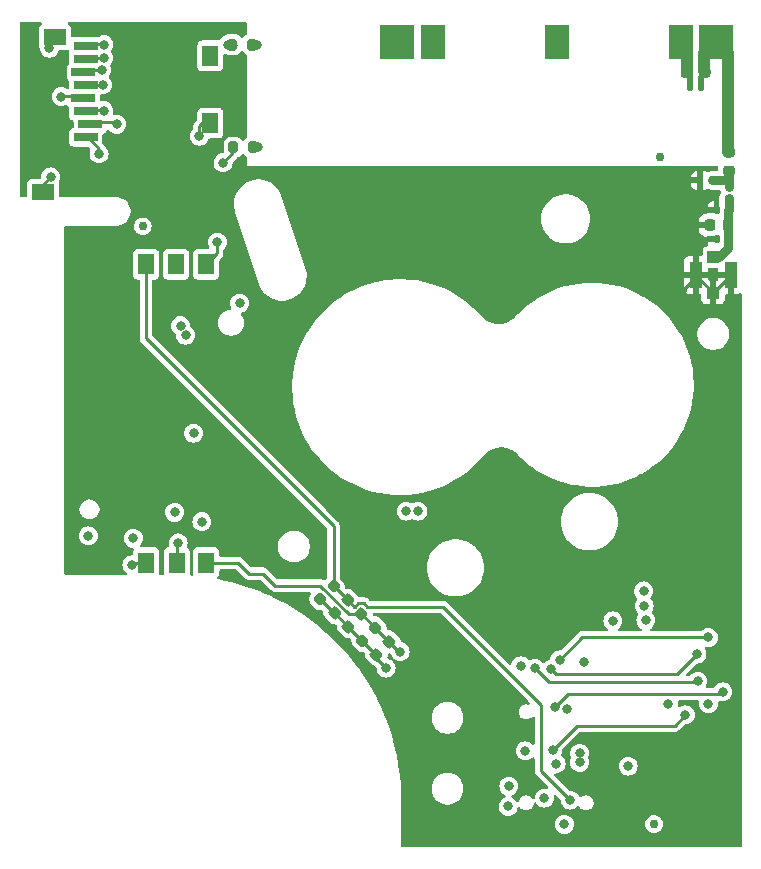
<source format=gbr>
G04 #@! TF.GenerationSoftware,KiCad,Pcbnew,8.0.8+dfsg-1*
G04 #@! TF.CreationDate,2025-03-16T16:51:26-04:00*
G04 #@! TF.ProjectId,RUST_Daughterboard,52555354-5f44-4617-9567-68746572626f,rev?*
G04 #@! TF.SameCoordinates,Original*
G04 #@! TF.FileFunction,Copper,L1,Top*
G04 #@! TF.FilePolarity,Positive*
%FSLAX46Y46*%
G04 Gerber Fmt 4.6, Leading zero omitted, Abs format (unit mm)*
G04 Created by KiCad (PCBNEW 8.0.8+dfsg-1) date 2025-03-16 16:51:26*
%MOMM*%
%LPD*%
G01*
G04 APERTURE LIST*
G04 Aperture macros list*
%AMRoundRect*
0 Rectangle with rounded corners*
0 $1 Rounding radius*
0 $2 $3 $4 $5 $6 $7 $8 $9 X,Y pos of 4 corners*
0 Add a 4 corners polygon primitive as box body*
4,1,4,$2,$3,$4,$5,$6,$7,$8,$9,$2,$3,0*
0 Add four circle primitives for the rounded corners*
1,1,$1+$1,$2,$3*
1,1,$1+$1,$4,$5*
1,1,$1+$1,$6,$7*
1,1,$1+$1,$8,$9*
0 Add four rect primitives between the rounded corners*
20,1,$1+$1,$2,$3,$4,$5,0*
20,1,$1+$1,$4,$5,$6,$7,0*
20,1,$1+$1,$6,$7,$8,$9,0*
20,1,$1+$1,$8,$9,$2,$3,0*%
G04 Aperture macros list end*
G04 #@! TA.AperFunction,SMDPad,CuDef*
%ADD10RoundRect,0.225000X-0.017678X0.335876X-0.335876X0.017678X0.017678X-0.335876X0.335876X-0.017678X0*%
G04 #@! TD*
G04 #@! TA.AperFunction,SMDPad,CuDef*
%ADD11C,0.750000*%
G04 #@! TD*
G04 #@! TA.AperFunction,SMDPad,CuDef*
%ADD12RoundRect,0.218750X-0.026517X0.335876X-0.335876X0.026517X0.026517X-0.335876X0.335876X-0.026517X0*%
G04 #@! TD*
G04 #@! TA.AperFunction,SMDPad,CuDef*
%ADD13RoundRect,0.200000X0.200000X0.275000X-0.200000X0.275000X-0.200000X-0.275000X0.200000X-0.275000X0*%
G04 #@! TD*
G04 #@! TA.AperFunction,SMDPad,CuDef*
%ADD14R,2.000000X0.800000*%
G04 #@! TD*
G04 #@! TA.AperFunction,SMDPad,CuDef*
%ADD15R,1.400000X1.800000*%
G04 #@! TD*
G04 #@! TA.AperFunction,SMDPad,CuDef*
%ADD16R,1.900000X1.400000*%
G04 #@! TD*
G04 #@! TA.AperFunction,SMDPad,CuDef*
%ADD17RoundRect,0.140000X-0.140000X-0.170000X0.140000X-0.170000X0.140000X0.170000X-0.140000X0.170000X0*%
G04 #@! TD*
G04 #@! TA.AperFunction,SMDPad,CuDef*
%ADD18RoundRect,0.147500X-0.147500X-0.172500X0.147500X-0.172500X0.147500X0.172500X-0.147500X0.172500X0*%
G04 #@! TD*
G04 #@! TA.AperFunction,SMDPad,CuDef*
%ADD19RoundRect,0.140000X-0.170000X0.140000X-0.170000X-0.140000X0.170000X-0.140000X0.170000X0.140000X0*%
G04 #@! TD*
G04 #@! TA.AperFunction,SMDPad,CuDef*
%ADD20RoundRect,0.218750X-0.218750X-0.256250X0.218750X-0.256250X0.218750X0.256250X-0.218750X0.256250X0*%
G04 #@! TD*
G04 #@! TA.AperFunction,SMDPad,CuDef*
%ADD21R,1.000000X1.000000*%
G04 #@! TD*
G04 #@! TA.AperFunction,SMDPad,CuDef*
%ADD22R,1.050000X2.200000*%
G04 #@! TD*
G04 #@! TA.AperFunction,SMDPad,CuDef*
%ADD23R,2.000000X3.000000*%
G04 #@! TD*
G04 #@! TA.AperFunction,SMDPad,CuDef*
%ADD24R,3.000000X3.000000*%
G04 #@! TD*
G04 #@! TA.AperFunction,SMDPad,CuDef*
%ADD25RoundRect,0.218750X-0.256250X0.218750X-0.256250X-0.218750X0.256250X-0.218750X0.256250X0.218750X0*%
G04 #@! TD*
G04 #@! TA.AperFunction,ViaPad*
%ADD26C,0.800000*%
G04 #@! TD*
G04 #@! TA.AperFunction,Conductor*
%ADD27C,0.250000*%
G04 #@! TD*
G04 #@! TA.AperFunction,Conductor*
%ADD28C,1.000000*%
G04 #@! TD*
G04 #@! TA.AperFunction,Conductor*
%ADD29C,0.500000*%
G04 #@! TD*
G04 #@! TA.AperFunction,Conductor*
%ADD30C,0.750000*%
G04 #@! TD*
G04 APERTURE END LIST*
D10*
X146698008Y-119201992D03*
X145601992Y-120298008D03*
D11*
X172000000Y-80500000D03*
D10*
X145548008Y-118026992D03*
X144451992Y-119123008D03*
D11*
X128200000Y-86400000D03*
D12*
X144356847Y-116843153D03*
X143243153Y-117956847D03*
D10*
X149073008Y-121551992D03*
X147976992Y-122648008D03*
D13*
X137525000Y-79700000D03*
X135875000Y-79700000D03*
X137440000Y-71000000D03*
X135790000Y-71000000D03*
D14*
X123375000Y-78840000D03*
X123775000Y-77740000D03*
X123375000Y-76640000D03*
X123175000Y-75540000D03*
X123375000Y-74440000D03*
X123175000Y-73340000D03*
X123375000Y-72240000D03*
X123375000Y-71140000D03*
D15*
X133925000Y-71950000D03*
X133925000Y-77650000D03*
D16*
X120775000Y-70350000D03*
X119775000Y-83500000D03*
D12*
X147906847Y-120368153D03*
X146793153Y-121481847D03*
D11*
X171500000Y-137000000D03*
D15*
X133580000Y-114866500D03*
X131103500Y-114866500D03*
X128500000Y-114866500D03*
X133580000Y-89593500D03*
X131040000Y-89593500D03*
X128500000Y-89593500D03*
D17*
X176820000Y-85000000D03*
X177780000Y-85000000D03*
D18*
X175415000Y-82500000D03*
X176385000Y-82500000D03*
D19*
X177800000Y-83020000D03*
X177800000Y-83980000D03*
D20*
X176212500Y-86300000D03*
X177787500Y-86300000D03*
X174212500Y-73300000D03*
X175787500Y-73300000D03*
D21*
X176500000Y-89000000D03*
D22*
X177975000Y-90500000D03*
X175025000Y-90500000D03*
D21*
X176500000Y-92000000D03*
D23*
X163250000Y-70750000D03*
X152750000Y-70750000D03*
D24*
X149750000Y-70750000D03*
X176750000Y-70750000D03*
D23*
X173750000Y-70750000D03*
D17*
X176820000Y-87500000D03*
X177780000Y-87500000D03*
X174520000Y-74600000D03*
X175480000Y-74600000D03*
D25*
X177800000Y-80112500D03*
X177800000Y-81687500D03*
D26*
X159132660Y-135507340D03*
X124723699Y-73134294D03*
X133200000Y-111400000D03*
X120300000Y-71300000D03*
X134512299Y-87737701D03*
X176100000Y-126800000D03*
X132500000Y-103900000D03*
X165600000Y-123300000D03*
X148800000Y-123800000D03*
X160600000Y-130800000D03*
X172700000Y-126800000D03*
X130900000Y-110600000D03*
X127400000Y-112800000D03*
X123600000Y-112600000D03*
X150500000Y-110500000D03*
X151500000Y-110500000D03*
X120396006Y-82200000D03*
X174149991Y-127749991D03*
X162924500Y-130769253D03*
X161400000Y-123800000D03*
X175200000Y-124900000D03*
X163100633Y-127097547D03*
X160200000Y-123600000D03*
X177300000Y-125800000D03*
X136400000Y-92900000D03*
X138000000Y-79700000D03*
X121300000Y-75400000D03*
X169300000Y-132100000D03*
X159200000Y-133800000D03*
X137900000Y-71000000D03*
X170650000Y-118550000D03*
X124800000Y-74400000D03*
X124909034Y-72152125D03*
X170600000Y-117250000D03*
X133000000Y-78750000D03*
X164083366Y-127279866D03*
X124900000Y-76600000D03*
X170800000Y-119750000D03*
X126000000Y-77750000D03*
X168000000Y-119800000D03*
X163500000Y-123100000D03*
X176100000Y-121200000D03*
X164400000Y-134974990D03*
X127275000Y-115050000D03*
X163200000Y-131900000D03*
X163900000Y-137025010D03*
X131200000Y-113200000D03*
X150000000Y-122400000D03*
X162200000Y-134800000D03*
X165201292Y-131775010D03*
X131400000Y-94800000D03*
X131826000Y-95600000D03*
X165201292Y-131001292D03*
X173850000Y-91850000D03*
X162775000Y-123900000D03*
X175124500Y-122600000D03*
X135400000Y-71000000D03*
X124900000Y-71000000D03*
X124500000Y-80250000D03*
X135000000Y-81000000D03*
D27*
X124667993Y-73190000D02*
X122675000Y-73190000D01*
X120275000Y-70200000D02*
X120275000Y-71275000D01*
X120275000Y-71275000D02*
X120300000Y-71300000D01*
X124723699Y-73134294D02*
X124667993Y-73190000D01*
X147976992Y-122976992D02*
X148800000Y-123800000D01*
X119275000Y-83350000D02*
X120396006Y-82228994D01*
X147976992Y-122648008D02*
X147976992Y-122976992D01*
X145601992Y-120273008D02*
X144451992Y-119123008D01*
X144409314Y-119123008D02*
X143243153Y-117956847D01*
X134512299Y-88661201D02*
X133560000Y-89613500D01*
X147959314Y-122648008D02*
X146793153Y-121481847D01*
X120396006Y-82228994D02*
X120396006Y-82200000D01*
X134512299Y-87737701D02*
X134512299Y-88661201D01*
X146785831Y-121481847D02*
X145601992Y-120298008D01*
X173244971Y-128655011D02*
X164963941Y-128655011D01*
X162924500Y-130694452D02*
X162924500Y-130769253D01*
X164963941Y-128655011D02*
X162924500Y-130694452D01*
X174149991Y-127749991D02*
X173244971Y-128655011D01*
X162600000Y-125000000D02*
X161400000Y-123800000D01*
X175200000Y-124900000D02*
X175100000Y-125000000D01*
X175100000Y-125000000D02*
X162600000Y-125000000D01*
X164198180Y-126000000D02*
X163100633Y-127097547D01*
X177300000Y-125800000D02*
X177100000Y-126000000D01*
X177100000Y-126000000D02*
X164198180Y-126000000D01*
X137185000Y-79700000D02*
X138000000Y-79700000D01*
X137100000Y-71000000D02*
X137900000Y-71000000D01*
X122675000Y-75390000D02*
X121310000Y-75390000D01*
X121310000Y-75390000D02*
X121300000Y-75400000D01*
X124800000Y-74400000D02*
X122800000Y-74400000D01*
X124909034Y-72152125D02*
X123002125Y-72152125D01*
X133000000Y-77925000D02*
X133425000Y-77500000D01*
X133000000Y-78750000D02*
X133000000Y-77925000D01*
X124850000Y-76550000D02*
X122900000Y-76550000D01*
X124900000Y-76600000D02*
X124850000Y-76550000D01*
X123775000Y-77590000D02*
X125840000Y-77590000D01*
X125840000Y-77590000D02*
X126000000Y-77750000D01*
X176100000Y-121200000D02*
X165400000Y-121200000D01*
X165400000Y-121200000D02*
X163500000Y-123100000D01*
X161899897Y-126899897D02*
X161899897Y-132474887D01*
X144356847Y-111756847D02*
X144356847Y-116843153D01*
X128480000Y-95880000D02*
X144356847Y-111756847D01*
X146168628Y-118600000D02*
X146452512Y-118316116D01*
X146121016Y-118600000D02*
X146168628Y-118600000D01*
X146452512Y-118316116D02*
X146908148Y-118316116D01*
X128480000Y-89613500D02*
X128480000Y-95880000D01*
X146908148Y-118316116D02*
X147192032Y-118600000D01*
X161899897Y-132474887D02*
X164400000Y-134974990D01*
X144364169Y-116843153D02*
X145548008Y-118026992D01*
X147192032Y-118600000D02*
X153600000Y-118600000D01*
X153600000Y-118600000D02*
X161899897Y-126899897D01*
X145548008Y-118026992D02*
X146121016Y-118600000D01*
X127275000Y-115050000D02*
X127438500Y-114886500D01*
X127438500Y-114886500D02*
X128480000Y-114886500D01*
X131083500Y-113316500D02*
X131083500Y-114886500D01*
X131200000Y-113200000D02*
X131083500Y-113316500D01*
X145626312Y-119201992D02*
X146698008Y-119201992D01*
X137200000Y-115800000D02*
X138400000Y-115800000D01*
X133560000Y-114886500D02*
X136286500Y-114886500D01*
X149921016Y-122400000D02*
X150000000Y-122400000D01*
X138400000Y-115800000D02*
X139400000Y-116800000D01*
X147906847Y-120385831D02*
X149073008Y-121551992D01*
X143224320Y-116800000D02*
X145626312Y-119201992D01*
X149073008Y-121551992D02*
X149921016Y-122400000D01*
X146740686Y-119201992D02*
X147906847Y-120368153D01*
X136286500Y-114886500D02*
X137200000Y-115800000D01*
X139400000Y-116800000D02*
X143224320Y-116800000D01*
D28*
X175750000Y-71750000D02*
X175750000Y-73262500D01*
D29*
X175787500Y-73462500D02*
X175480000Y-73770000D01*
D28*
X175750000Y-73262500D02*
X175787500Y-73300000D01*
X177750000Y-80062500D02*
X177800000Y-80112500D01*
D29*
X175480000Y-73770000D02*
X175480000Y-74600000D01*
D28*
X177750000Y-71750000D02*
X177750000Y-80062500D01*
D29*
X174250000Y-73262500D02*
X174500000Y-73512500D01*
D28*
X174250000Y-72000000D02*
X174250000Y-73262500D01*
D29*
X174500000Y-73512500D02*
X174500000Y-74580000D01*
D28*
X173750000Y-71500000D02*
X174250000Y-72000000D01*
D27*
X177975000Y-90525000D02*
X176500000Y-92000000D01*
X177975000Y-90500000D02*
X177975000Y-90525000D01*
X175025000Y-90500000D02*
X175025000Y-90525000D01*
X175025000Y-90675000D02*
X173850000Y-91850000D01*
X175025000Y-90500000D02*
X175025000Y-90675000D01*
X175025000Y-90525000D02*
X176500000Y-92000000D01*
X173424501Y-124299999D02*
X163174999Y-124299999D01*
X163174999Y-124299999D02*
X162775000Y-123900000D01*
X175124500Y-122600000D02*
X173424501Y-124299999D01*
D30*
X177750000Y-82500000D02*
X177800000Y-82550000D01*
X176385000Y-82500000D02*
X177750000Y-82500000D01*
X177800000Y-81687500D02*
X177800000Y-82550000D01*
X177800000Y-82550000D02*
X177800000Y-83020000D01*
X177800000Y-84980000D02*
X177780000Y-85000000D01*
X177787500Y-87592500D02*
X177780000Y-87600000D01*
X177000000Y-89000000D02*
X176500000Y-89000000D01*
X177787500Y-86300000D02*
X177787500Y-87592500D01*
X177780000Y-87600000D02*
X177780000Y-88220000D01*
X177780000Y-88220000D02*
X177000000Y-89000000D01*
X177780000Y-85000000D02*
X177780000Y-86292500D01*
X177800000Y-83980000D02*
X177800000Y-84980000D01*
D27*
X124890000Y-70990000D02*
X122875000Y-70990000D01*
X124900000Y-71000000D02*
X124890000Y-70990000D01*
X136130000Y-71000000D02*
X135400000Y-71000000D01*
X124500000Y-79815000D02*
X124500000Y-80250000D01*
X135875000Y-80125000D02*
X135000000Y-81000000D01*
X135875000Y-79700000D02*
X135875000Y-80125000D01*
X123375000Y-78690000D02*
X124500000Y-79815000D01*
G04 #@! TA.AperFunction,Conductor*
G36*
X119613636Y-69095502D02*
G01*
X119660129Y-69149158D01*
X119670233Y-69219432D01*
X119640739Y-69284012D01*
X119602717Y-69313767D01*
X119586660Y-69321948D01*
X119586655Y-69321951D01*
X119496949Y-69411657D01*
X119439355Y-69524694D01*
X119439354Y-69524696D01*
X119424500Y-69618481D01*
X119424500Y-69618484D01*
X119424500Y-71081516D01*
X119439353Y-71175304D01*
X119481653Y-71258322D01*
X119494594Y-71301416D01*
X119500015Y-71349522D01*
X119514632Y-71479255D01*
X119567316Y-71629816D01*
X119574211Y-71649522D01*
X119574212Y-71649525D01*
X119670182Y-71802260D01*
X119670183Y-71802262D01*
X119797737Y-71929816D01*
X119797739Y-71929817D01*
X119950474Y-72025787D01*
X119950475Y-72025787D01*
X119950478Y-72025789D01*
X120120745Y-72085368D01*
X120300000Y-72105565D01*
X120479255Y-72085368D01*
X120649522Y-72025789D01*
X120802262Y-71929816D01*
X120929816Y-71802262D01*
X121025789Y-71649522D01*
X121065903Y-71534884D01*
X121107281Y-71477192D01*
X121173282Y-71451030D01*
X121184832Y-71450499D01*
X121756515Y-71450499D01*
X121756518Y-71450499D01*
X121828794Y-71439052D01*
X121899201Y-71448152D01*
X121953515Y-71493874D01*
X121974487Y-71561702D01*
X121974500Y-71563491D01*
X121974500Y-71571515D01*
X121990143Y-71670291D01*
X121990143Y-71709708D01*
X121974500Y-71808481D01*
X121974500Y-72521917D01*
X121954498Y-72590038D01*
X121937595Y-72611012D01*
X121846951Y-72701655D01*
X121846949Y-72701657D01*
X121804601Y-72784772D01*
X121789354Y-72814696D01*
X121774500Y-72908481D01*
X121774500Y-72908484D01*
X121774500Y-73771516D01*
X121789353Y-73865302D01*
X121846949Y-73978342D01*
X121937595Y-74068988D01*
X121971621Y-74131300D01*
X121974500Y-74158083D01*
X121974500Y-74650427D01*
X121954498Y-74718548D01*
X121900842Y-74765041D01*
X121830568Y-74775145D01*
X121781465Y-74757115D01*
X121649522Y-74674211D01*
X121581551Y-74650427D01*
X121479255Y-74614632D01*
X121300000Y-74594435D01*
X121120745Y-74614632D01*
X121120742Y-74614632D01*
X121120742Y-74614633D01*
X120950477Y-74674211D01*
X120950474Y-74674212D01*
X120797739Y-74770182D01*
X120797737Y-74770183D01*
X120670183Y-74897737D01*
X120670182Y-74897739D01*
X120574212Y-75050474D01*
X120574211Y-75050477D01*
X120537362Y-75155785D01*
X120514632Y-75220745D01*
X120494435Y-75400000D01*
X120514632Y-75579255D01*
X120514633Y-75579257D01*
X120574211Y-75749522D01*
X120574212Y-75749525D01*
X120670182Y-75902260D01*
X120670183Y-75902262D01*
X120797737Y-76029816D01*
X120797739Y-76029817D01*
X120950474Y-76125787D01*
X120950475Y-76125787D01*
X120950478Y-76125789D01*
X121120745Y-76185368D01*
X121300000Y-76205565D01*
X121479255Y-76185368D01*
X121649522Y-76125789D01*
X121662063Y-76117908D01*
X121730379Y-76098599D01*
X121798293Y-76119291D01*
X121841368Y-76167388D01*
X121846949Y-76178341D01*
X121846951Y-76178344D01*
X121937595Y-76268988D01*
X121971621Y-76331300D01*
X121974500Y-76358083D01*
X121974500Y-77071516D01*
X121989353Y-77165302D01*
X122046949Y-77278342D01*
X122136657Y-77368050D01*
X122200293Y-77400474D01*
X122249696Y-77425646D01*
X122268211Y-77428578D01*
X122332362Y-77458987D01*
X122369890Y-77519255D01*
X122374500Y-77553026D01*
X122374500Y-77926972D01*
X122354498Y-77995093D01*
X122300842Y-78041586D01*
X122268213Y-78051420D01*
X122249699Y-78054352D01*
X122249698Y-78054352D01*
X122136657Y-78111949D01*
X122046949Y-78201657D01*
X122011452Y-78271326D01*
X121989354Y-78314696D01*
X121975768Y-78400477D01*
X121974500Y-78408484D01*
X121974500Y-79271516D01*
X121989353Y-79365302D01*
X122046949Y-79478342D01*
X122136657Y-79568050D01*
X122175299Y-79587738D01*
X122249696Y-79625646D01*
X122343481Y-79640500D01*
X123530140Y-79640499D01*
X123598261Y-79660501D01*
X123619235Y-79677404D01*
X123735880Y-79794049D01*
X123769906Y-79856361D01*
X123765714Y-79924759D01*
X123722058Y-80049522D01*
X123714632Y-80070745D01*
X123694435Y-80250000D01*
X123714632Y-80429255D01*
X123739387Y-80500000D01*
X123774211Y-80599522D01*
X123774212Y-80599525D01*
X123870182Y-80752260D01*
X123870183Y-80752262D01*
X123997737Y-80879816D01*
X123997739Y-80879817D01*
X124150474Y-80975787D01*
X124150475Y-80975787D01*
X124150478Y-80975789D01*
X124320745Y-81035368D01*
X124500000Y-81055565D01*
X124679255Y-81035368D01*
X124849522Y-80975789D01*
X125002262Y-80879816D01*
X125129816Y-80752262D01*
X125225789Y-80599522D01*
X125285368Y-80429255D01*
X125305565Y-80250000D01*
X125285368Y-80070745D01*
X125225789Y-79900478D01*
X125225787Y-79900475D01*
X125225787Y-79900474D01*
X125129817Y-79747739D01*
X125129816Y-79747737D01*
X124997259Y-79615180D01*
X124998293Y-79614145D01*
X124975619Y-79587795D01*
X124920509Y-79492341D01*
X124920506Y-79492338D01*
X124920505Y-79492335D01*
X124920502Y-79492332D01*
X124920499Y-79492328D01*
X124818276Y-79390105D01*
X124818253Y-79390084D01*
X124810531Y-79382362D01*
X124776505Y-79320050D01*
X124775260Y-79276464D01*
X124775112Y-79276453D01*
X124775220Y-79275075D01*
X124775177Y-79273556D01*
X124775500Y-79271519D01*
X124775499Y-78750000D01*
X132194435Y-78750000D01*
X132214632Y-78929255D01*
X132238239Y-78996719D01*
X132274211Y-79099522D01*
X132274212Y-79099525D01*
X132370182Y-79252260D01*
X132370183Y-79252262D01*
X132497737Y-79379816D01*
X132497739Y-79379817D01*
X132650474Y-79475787D01*
X132650475Y-79475787D01*
X132650478Y-79475789D01*
X132820745Y-79535368D01*
X133000000Y-79555565D01*
X133179255Y-79535368D01*
X133349522Y-79475789D01*
X133502262Y-79379816D01*
X133629816Y-79252262D01*
X133725789Y-79099522D01*
X133748407Y-79034884D01*
X133789785Y-78977192D01*
X133855786Y-78951030D01*
X133867336Y-78950499D01*
X134656516Y-78950499D01*
X134656518Y-78950499D01*
X134750304Y-78935646D01*
X134863342Y-78878050D01*
X134953050Y-78788342D01*
X135010646Y-78675304D01*
X135025500Y-78581519D01*
X135025499Y-76718482D01*
X135010646Y-76624696D01*
X134981848Y-76568177D01*
X134953050Y-76511657D01*
X134863342Y-76421949D01*
X134787502Y-76383307D01*
X134750304Y-76364354D01*
X134656519Y-76349500D01*
X134656515Y-76349500D01*
X133193483Y-76349500D01*
X133099697Y-76364353D01*
X132986657Y-76421949D01*
X132896949Y-76511657D01*
X132851937Y-76600000D01*
X132839354Y-76624696D01*
X132824500Y-76718481D01*
X132824500Y-76718484D01*
X132824500Y-77305138D01*
X132804498Y-77373259D01*
X132787595Y-77394233D01*
X132670154Y-77511674D01*
X132670149Y-77511680D01*
X132579500Y-77602328D01*
X132579492Y-77602338D01*
X132510312Y-77722162D01*
X132510313Y-77722162D01*
X132510312Y-77722164D01*
X132510312Y-77722165D01*
X132498374Y-77766715D01*
X132474499Y-77855815D01*
X132474499Y-78004333D01*
X132474500Y-78004346D01*
X132474500Y-78091231D01*
X132454498Y-78159352D01*
X132437595Y-78180326D01*
X132370183Y-78247737D01*
X132370182Y-78247739D01*
X132274212Y-78400474D01*
X132274211Y-78400477D01*
X132219944Y-78555564D01*
X132214632Y-78570745D01*
X132194435Y-78750000D01*
X124775499Y-78750000D01*
X124775499Y-78653026D01*
X124795501Y-78584906D01*
X124849157Y-78538413D01*
X124881791Y-78528578D01*
X124885306Y-78528021D01*
X124900304Y-78525646D01*
X125013342Y-78468050D01*
X125103050Y-78378342D01*
X125157578Y-78271324D01*
X125206325Y-78219710D01*
X125275239Y-78202644D01*
X125342441Y-78225544D01*
X125368355Y-78249968D01*
X125370189Y-78252268D01*
X125497737Y-78379816D01*
X125497739Y-78379817D01*
X125650474Y-78475787D01*
X125650475Y-78475787D01*
X125650478Y-78475789D01*
X125820745Y-78535368D01*
X126000000Y-78555565D01*
X126179255Y-78535368D01*
X126349522Y-78475789D01*
X126502262Y-78379816D01*
X126629816Y-78252262D01*
X126725789Y-78099522D01*
X126785368Y-77929255D01*
X126805565Y-77750000D01*
X126785368Y-77570745D01*
X126725789Y-77400478D01*
X126725787Y-77400475D01*
X126725787Y-77400474D01*
X126629817Y-77247739D01*
X126629816Y-77247737D01*
X126502262Y-77120183D01*
X126502260Y-77120182D01*
X126349525Y-77024212D01*
X126349522Y-77024211D01*
X126179255Y-76964632D01*
X126000000Y-76944435D01*
X125820745Y-76964632D01*
X125820741Y-76964633D01*
X125813714Y-76965425D01*
X125813423Y-76962848D01*
X125754479Y-76959216D01*
X125697227Y-76917231D01*
X125671762Y-76850958D01*
X125678417Y-76799119D01*
X125685368Y-76779255D01*
X125705565Y-76600000D01*
X125685368Y-76420745D01*
X125625789Y-76250478D01*
X125625787Y-76250475D01*
X125625787Y-76250474D01*
X125529817Y-76097739D01*
X125529816Y-76097737D01*
X125402262Y-75970183D01*
X125402260Y-75970182D01*
X125249525Y-75874212D01*
X125249522Y-75874211D01*
X125224499Y-75865455D01*
X125079255Y-75814632D01*
X124900000Y-75794435D01*
X124899999Y-75794435D01*
X124715606Y-75815210D01*
X124645674Y-75802960D01*
X124593466Y-75754847D01*
X124575499Y-75690002D01*
X124575499Y-75321263D01*
X124595501Y-75253142D01*
X124649157Y-75206649D01*
X124715602Y-75196055D01*
X124800000Y-75205565D01*
X124979255Y-75185368D01*
X125149522Y-75125789D01*
X125302262Y-75029816D01*
X125429816Y-74902262D01*
X125525789Y-74749522D01*
X125585368Y-74579255D01*
X125605565Y-74400000D01*
X125585368Y-74220745D01*
X125525789Y-74050478D01*
X125525787Y-74050475D01*
X125525787Y-74050474D01*
X125429817Y-73897739D01*
X125429816Y-73897737D01*
X125350170Y-73818091D01*
X125316144Y-73755779D01*
X125321209Y-73684964D01*
X125350173Y-73639897D01*
X125353515Y-73636556D01*
X125449488Y-73483816D01*
X125509067Y-73313549D01*
X125529264Y-73134294D01*
X125509067Y-72955039D01*
X125465001Y-72829108D01*
X125461382Y-72758206D01*
X125494834Y-72698401D01*
X125538850Y-72654387D01*
X125634823Y-72501647D01*
X125694402Y-72331380D01*
X125714599Y-72152125D01*
X125694402Y-71972870D01*
X125634823Y-71802603D01*
X125634821Y-71802600D01*
X125634821Y-71802599D01*
X125538852Y-71649864D01*
X125537668Y-71648380D01*
X125537201Y-71647238D01*
X125535086Y-71643871D01*
X125535675Y-71643500D01*
X125510831Y-71582650D01*
X125523791Y-71512847D01*
X125529489Y-71502780D01*
X125529811Y-71502266D01*
X125529816Y-71502262D01*
X125625789Y-71349522D01*
X125685368Y-71179255D01*
X125705565Y-71000000D01*
X125685368Y-70820745D01*
X125625789Y-70650478D01*
X125625787Y-70650475D01*
X125625787Y-70650474D01*
X125529817Y-70497739D01*
X125529816Y-70497737D01*
X125402262Y-70370183D01*
X125402260Y-70370182D01*
X125249525Y-70274212D01*
X125249522Y-70274211D01*
X125249519Y-70274210D01*
X125079255Y-70214632D01*
X124900000Y-70194435D01*
X124720745Y-70214632D01*
X124720742Y-70214632D01*
X124720742Y-70214633D01*
X124550479Y-70274210D01*
X124477305Y-70320188D01*
X124410270Y-70339500D01*
X122343483Y-70339500D01*
X122271208Y-70350947D01*
X122200797Y-70341846D01*
X122146483Y-70296124D01*
X122125512Y-70228295D01*
X122125499Y-70226498D01*
X122125499Y-69618483D01*
X122110646Y-69524697D01*
X122110646Y-69524696D01*
X122081848Y-69468177D01*
X122053050Y-69411657D01*
X121963344Y-69321951D01*
X121963339Y-69321948D01*
X121947283Y-69313767D01*
X121895667Y-69265019D01*
X121878601Y-69196104D01*
X121901501Y-69128903D01*
X121957099Y-69084750D01*
X122004485Y-69075500D01*
X136874000Y-69075500D01*
X136942121Y-69095502D01*
X136988614Y-69149158D01*
X137000000Y-69201500D01*
X137000000Y-70091436D01*
X136979998Y-70159557D01*
X136943144Y-70194698D01*
X136943711Y-70195437D01*
X136937160Y-70200463D01*
X136937159Y-70200464D01*
X136918695Y-70214632D01*
X136811715Y-70296720D01*
X136714962Y-70422812D01*
X136657624Y-70464679D01*
X136586753Y-70468901D01*
X136524851Y-70434137D01*
X136515038Y-70422812D01*
X136418284Y-70296720D01*
X136418282Y-70296719D01*
X136418282Y-70296718D01*
X136292841Y-70200464D01*
X136146762Y-70139956D01*
X136146760Y-70139955D01*
X136070332Y-70129893D01*
X136029361Y-70124500D01*
X136029358Y-70124500D01*
X135550640Y-70124500D01*
X135550631Y-70124501D01*
X135444978Y-70138410D01*
X135433238Y-70139956D01*
X135281425Y-70202839D01*
X135247318Y-70211637D01*
X135220747Y-70214631D01*
X135220741Y-70214632D01*
X135050477Y-70274211D01*
X135050474Y-70274212D01*
X134897739Y-70370182D01*
X134897737Y-70370183D01*
X134770183Y-70497737D01*
X134770182Y-70497739D01*
X134711874Y-70590536D01*
X134658695Y-70637574D01*
X134605187Y-70649500D01*
X133193483Y-70649500D01*
X133099697Y-70664353D01*
X132986657Y-70721949D01*
X132896949Y-70811657D01*
X132839355Y-70924694D01*
X132839354Y-70924696D01*
X132824500Y-71018481D01*
X132824500Y-71018484D01*
X132824500Y-72881516D01*
X132839353Y-72975302D01*
X132896949Y-73088342D01*
X132986657Y-73178050D01*
X133025299Y-73197738D01*
X133099696Y-73235646D01*
X133193481Y-73250500D01*
X134656518Y-73250499D01*
X134750304Y-73235646D01*
X134863342Y-73178050D01*
X134953050Y-73088342D01*
X135010646Y-72975304D01*
X135025500Y-72881519D01*
X135025499Y-71894627D01*
X135045501Y-71826507D01*
X135099157Y-71780014D01*
X135169431Y-71769910D01*
X135193106Y-71775697D01*
X135220745Y-71785368D01*
X135220750Y-71785368D01*
X135220752Y-71785369D01*
X135235400Y-71787019D01*
X135247313Y-71788361D01*
X135281425Y-71797160D01*
X135287156Y-71799534D01*
X135287159Y-71799536D01*
X135433238Y-71860044D01*
X135550639Y-71875500D01*
X136029360Y-71875499D01*
X136146762Y-71860044D01*
X136292841Y-71799536D01*
X136418282Y-71703282D01*
X136514536Y-71577841D01*
X136514536Y-71577838D01*
X136515037Y-71577187D01*
X136572375Y-71535320D01*
X136643246Y-71531098D01*
X136705149Y-71565862D01*
X136714963Y-71577187D01*
X136715463Y-71577838D01*
X136715464Y-71577841D01*
X136811718Y-71703282D01*
X136937159Y-71799536D01*
X136937160Y-71799536D01*
X136943711Y-71804563D01*
X136942894Y-71805627D01*
X136985991Y-71850822D01*
X137000000Y-71908563D01*
X137000000Y-78855330D01*
X136979998Y-78923451D01*
X136950705Y-78955292D01*
X136896716Y-78996719D01*
X136799962Y-79122812D01*
X136742624Y-79164679D01*
X136671753Y-79168901D01*
X136609851Y-79134137D01*
X136600038Y-79122812D01*
X136503284Y-78996720D01*
X136503282Y-78996719D01*
X136503282Y-78996718D01*
X136377841Y-78900464D01*
X136368250Y-78896491D01*
X136231760Y-78839955D01*
X136155332Y-78829893D01*
X136114361Y-78824500D01*
X136114358Y-78824500D01*
X135635640Y-78824500D01*
X135635631Y-78824501D01*
X135529978Y-78838410D01*
X135518238Y-78839956D01*
X135372160Y-78900463D01*
X135372157Y-78900465D01*
X135246718Y-78996718D01*
X135150465Y-79122157D01*
X135150463Y-79122160D01*
X135089955Y-79268239D01*
X135074500Y-79385636D01*
X135074500Y-80014359D01*
X135074501Y-80014370D01*
X135080015Y-80056252D01*
X135069075Y-80126401D01*
X135021946Y-80179499D01*
X134969201Y-80197905D01*
X134940029Y-80201192D01*
X134820745Y-80214632D01*
X134820742Y-80214632D01*
X134820742Y-80214633D01*
X134650477Y-80274211D01*
X134650474Y-80274212D01*
X134497739Y-80370182D01*
X134497737Y-80370183D01*
X134370183Y-80497737D01*
X134370182Y-80497739D01*
X134274212Y-80650474D01*
X134274211Y-80650477D01*
X134238596Y-80752260D01*
X134214632Y-80820745D01*
X134194435Y-81000000D01*
X134214632Y-81179255D01*
X134246386Y-81270002D01*
X134274211Y-81349522D01*
X134274212Y-81349525D01*
X134370182Y-81502260D01*
X134370183Y-81502262D01*
X134497737Y-81629816D01*
X134497739Y-81629817D01*
X134650474Y-81725787D01*
X134650475Y-81725787D01*
X134650478Y-81725789D01*
X134820745Y-81785368D01*
X135000000Y-81805565D01*
X135179255Y-81785368D01*
X135349522Y-81725789D01*
X135502262Y-81629816D01*
X135629816Y-81502262D01*
X135725789Y-81349522D01*
X135785368Y-81179255D01*
X135805565Y-81000000D01*
X135805565Y-80999997D01*
X135805565Y-80992923D01*
X135808018Y-80992923D01*
X135818291Y-80934282D01*
X135842150Y-80901017D01*
X136145508Y-80597659D01*
X136207818Y-80563635D01*
X136218133Y-80561838D01*
X136231762Y-80560044D01*
X136377841Y-80499536D01*
X136503282Y-80403282D01*
X136599536Y-80277841D01*
X136599536Y-80277838D01*
X136600037Y-80277187D01*
X136657375Y-80235320D01*
X136728246Y-80231098D01*
X136790149Y-80265862D01*
X136799963Y-80277187D01*
X136800463Y-80277838D01*
X136800464Y-80277841D01*
X136896718Y-80403282D01*
X136950704Y-80444707D01*
X136992571Y-80502043D01*
X137000000Y-80544668D01*
X137000000Y-81250000D01*
X171946336Y-81250000D01*
X171960443Y-81250792D01*
X171963158Y-81251097D01*
X172000000Y-81255249D01*
X172036841Y-81251097D01*
X172039557Y-81250792D01*
X172053664Y-81250000D01*
X176800488Y-81250000D01*
X176868609Y-81270002D01*
X176915102Y-81323658D01*
X176926100Y-81385887D01*
X176924500Y-81406215D01*
X176924501Y-81598499D01*
X176904499Y-81666620D01*
X176850844Y-81713113D01*
X176798501Y-81724500D01*
X176308617Y-81724500D01*
X176158794Y-81754302D01*
X176158785Y-81754305D01*
X176053583Y-81797881D01*
X175982994Y-81805470D01*
X175941227Y-81789925D01*
X175824904Y-81721131D01*
X175669000Y-81675836D01*
X175669000Y-82177033D01*
X175659409Y-82225250D01*
X175639305Y-82273785D01*
X175639302Y-82273794D01*
X175609500Y-82423617D01*
X175609500Y-82576382D01*
X175627180Y-82665265D01*
X175639302Y-82726205D01*
X175659409Y-82774748D01*
X175669000Y-82822965D01*
X175669000Y-83324162D01*
X175824902Y-83278868D01*
X175941226Y-83210074D01*
X176010042Y-83192614D01*
X176053583Y-83202117D01*
X176158795Y-83245698D01*
X176308620Y-83275500D01*
X176982246Y-83275500D01*
X177050367Y-83295502D01*
X177096860Y-83349158D01*
X177098650Y-83353271D01*
X177112761Y-83387337D01*
X177112763Y-83387341D01*
X177141266Y-83429999D01*
X177162481Y-83497752D01*
X177143698Y-83566218D01*
X177141266Y-83570001D01*
X177112763Y-83612658D01*
X177112761Y-83612662D01*
X177054304Y-83753789D01*
X177054302Y-83753794D01*
X177024500Y-83903617D01*
X177024500Y-84810662D01*
X177022079Y-84835244D01*
X177009480Y-84898582D01*
X176976572Y-84961491D01*
X176914877Y-84996623D01*
X176885901Y-85000000D01*
X176820000Y-85000000D01*
X176820000Y-85128000D01*
X176799998Y-85196121D01*
X176746342Y-85242614D01*
X176694000Y-85254000D01*
X176033460Y-85254000D01*
X176010672Y-85278651D01*
X175949743Y-85315096D01*
X175930954Y-85318469D01*
X175845791Y-85327168D01*
X175684521Y-85380607D01*
X175539925Y-85469795D01*
X175539919Y-85469800D01*
X175419800Y-85589919D01*
X175419795Y-85589925D01*
X175330607Y-85734520D01*
X175277169Y-85895789D01*
X175277168Y-85895793D01*
X175267000Y-85995318D01*
X175267000Y-86046000D01*
X176086500Y-86046000D01*
X176154621Y-86066002D01*
X176201114Y-86119658D01*
X176212500Y-86172000D01*
X176212500Y-86428000D01*
X176192498Y-86496121D01*
X176138842Y-86542614D01*
X176086500Y-86554000D01*
X175267001Y-86554000D01*
X175267001Y-86604673D01*
X175277168Y-86704208D01*
X175330607Y-86865478D01*
X175419795Y-87010074D01*
X175419800Y-87010080D01*
X175539919Y-87130199D01*
X175539925Y-87130204D01*
X175684521Y-87219392D01*
X175845792Y-87272831D01*
X175900094Y-87278378D01*
X175963833Y-87247676D01*
X175984317Y-87246000D01*
X176694000Y-87246000D01*
X176762121Y-87266002D01*
X176808614Y-87319658D01*
X176820000Y-87372000D01*
X176820000Y-87628000D01*
X176799998Y-87696121D01*
X176746342Y-87742614D01*
X176694000Y-87754000D01*
X176033461Y-87754000D01*
X176034890Y-87772173D01*
X176082781Y-87937010D01*
X176079807Y-87937873D01*
X176086734Y-87994017D01*
X176055953Y-88057993D01*
X175995469Y-88095172D01*
X175972304Y-88099199D01*
X175968493Y-88099499D01*
X175874697Y-88114353D01*
X175761657Y-88171949D01*
X175671949Y-88261657D01*
X175619065Y-88365450D01*
X175614354Y-88374696D01*
X175599500Y-88468481D01*
X175599500Y-88468484D01*
X175599500Y-88766000D01*
X175579498Y-88834121D01*
X175525842Y-88880614D01*
X175473500Y-88892000D01*
X175279000Y-88892000D01*
X175279000Y-90246000D01*
X176058000Y-90246000D01*
X176058000Y-90026499D01*
X176078002Y-89958378D01*
X176131658Y-89911885D01*
X176183996Y-89900499D01*
X176816000Y-89900499D01*
X176884121Y-89920501D01*
X176930614Y-89974157D01*
X176942000Y-90026499D01*
X176942000Y-90246000D01*
X177849000Y-90246000D01*
X177917121Y-90266002D01*
X177963614Y-90319658D01*
X177975000Y-90372000D01*
X177975000Y-90500000D01*
X178103000Y-90500000D01*
X178171121Y-90520002D01*
X178217614Y-90573658D01*
X178229000Y-90626000D01*
X178229000Y-92108000D01*
X178548585Y-92108000D01*
X178548597Y-92107999D01*
X178609093Y-92101494D01*
X178754406Y-92047296D01*
X178755759Y-92050924D01*
X178807262Y-92039623D01*
X178873827Y-92064314D01*
X178916476Y-92121072D01*
X178924500Y-92165318D01*
X178924500Y-138798500D01*
X178904498Y-138866621D01*
X178850842Y-138913114D01*
X178798500Y-138924500D01*
X150201500Y-138924500D01*
X150133379Y-138904498D01*
X150086886Y-138850842D01*
X150075500Y-138798500D01*
X150075500Y-137025010D01*
X163094435Y-137025010D01*
X163114632Y-137204265D01*
X163114633Y-137204267D01*
X163174211Y-137374532D01*
X163174212Y-137374535D01*
X163270182Y-137527270D01*
X163270183Y-137527272D01*
X163397737Y-137654826D01*
X163397739Y-137654827D01*
X163550474Y-137750797D01*
X163550475Y-137750797D01*
X163550478Y-137750799D01*
X163720745Y-137810378D01*
X163900000Y-137830575D01*
X164079255Y-137810378D01*
X164249522Y-137750799D01*
X164402262Y-137654826D01*
X164529816Y-137527272D01*
X164625789Y-137374532D01*
X164685368Y-137204265D01*
X164705565Y-137025010D01*
X164702747Y-137000000D01*
X170744751Y-137000000D01*
X170763687Y-137168059D01*
X170763688Y-137168061D01*
X170819543Y-137327689D01*
X170819544Y-137327690D01*
X170909523Y-137470890D01*
X170909526Y-137470893D01*
X170909526Y-137470894D01*
X171029105Y-137590473D01*
X171029107Y-137590474D01*
X171029110Y-137590477D01*
X171172310Y-137680456D01*
X171331941Y-137736313D01*
X171500000Y-137755249D01*
X171668059Y-137736313D01*
X171827690Y-137680456D01*
X171970890Y-137590477D01*
X172090477Y-137470890D01*
X172180456Y-137327690D01*
X172236313Y-137168059D01*
X172255249Y-137000000D01*
X172236313Y-136831941D01*
X172180456Y-136672310D01*
X172090477Y-136529110D01*
X172090473Y-136529106D01*
X172090473Y-136529105D01*
X171970894Y-136409526D01*
X171970891Y-136409524D01*
X171970890Y-136409523D01*
X171889700Y-136358507D01*
X171827689Y-136319543D01*
X171718485Y-136281331D01*
X171668059Y-136263687D01*
X171500000Y-136244751D01*
X171331941Y-136263687D01*
X171331938Y-136263687D01*
X171331938Y-136263688D01*
X171172310Y-136319543D01*
X171075981Y-136380071D01*
X171029110Y-136409523D01*
X171029108Y-136409524D01*
X171029106Y-136409526D01*
X171029105Y-136409526D01*
X170909526Y-136529105D01*
X170909526Y-136529106D01*
X170819543Y-136672310D01*
X170763688Y-136831938D01*
X170763687Y-136831941D01*
X170744751Y-137000000D01*
X164702747Y-137000000D01*
X164685368Y-136845755D01*
X164625789Y-136675488D01*
X164625787Y-136675485D01*
X164625787Y-136675484D01*
X164529817Y-136522749D01*
X164529816Y-136522747D01*
X164402262Y-136395193D01*
X164402260Y-136395192D01*
X164249525Y-136299222D01*
X164249522Y-136299221D01*
X164230903Y-136292706D01*
X164079255Y-136239642D01*
X163900000Y-136219445D01*
X163720745Y-136239642D01*
X163720742Y-136239642D01*
X163720742Y-136239643D01*
X163550477Y-136299221D01*
X163550474Y-136299222D01*
X163397739Y-136395192D01*
X163397737Y-136395193D01*
X163270183Y-136522747D01*
X163270182Y-136522749D01*
X163174212Y-136675484D01*
X163174211Y-136675487D01*
X163174211Y-136675488D01*
X163114632Y-136845755D01*
X163094435Y-137025010D01*
X150075500Y-137025010D01*
X150075500Y-134571876D01*
X150075499Y-134571847D01*
X150050475Y-134014633D01*
X150045044Y-133893713D01*
X152649500Y-133893713D01*
X152649500Y-134106287D01*
X152682754Y-134316243D01*
X152748443Y-134518412D01*
X152811037Y-134641259D01*
X152844951Y-134707819D01*
X152848041Y-134712072D01*
X152969896Y-134879792D01*
X152969898Y-134879794D01*
X152969900Y-134879797D01*
X153120202Y-135030099D01*
X153120205Y-135030101D01*
X153120208Y-135030104D01*
X153292184Y-135155051D01*
X153481588Y-135251557D01*
X153683757Y-135317246D01*
X153893713Y-135350500D01*
X153893716Y-135350500D01*
X154106284Y-135350500D01*
X154106287Y-135350500D01*
X154316243Y-135317246D01*
X154518412Y-135251557D01*
X154707816Y-135155051D01*
X154879792Y-135030104D01*
X155030104Y-134879792D01*
X155155051Y-134707816D01*
X155251557Y-134518412D01*
X155317246Y-134316243D01*
X155350500Y-134106287D01*
X155350500Y-133893713D01*
X155317246Y-133683757D01*
X155251557Y-133481588D01*
X155155051Y-133292184D01*
X155030104Y-133120208D01*
X155030101Y-133120205D01*
X155030099Y-133120202D01*
X154879797Y-132969900D01*
X154879794Y-132969898D01*
X154879792Y-132969896D01*
X154750334Y-132875840D01*
X154707819Y-132844951D01*
X154707818Y-132844950D01*
X154707816Y-132844949D01*
X154518412Y-132748443D01*
X154316243Y-132682754D01*
X154106287Y-132649500D01*
X153893713Y-132649500D01*
X153683757Y-132682754D01*
X153683754Y-132682754D01*
X153683753Y-132682755D01*
X153481588Y-132748443D01*
X153481586Y-132748444D01*
X153292180Y-132844951D01*
X153120205Y-132969898D01*
X153120202Y-132969900D01*
X152969900Y-133120202D01*
X152969898Y-133120205D01*
X152844951Y-133292180D01*
X152844949Y-133292184D01*
X152748443Y-133481588D01*
X152682754Y-133683757D01*
X152649500Y-133893713D01*
X150045044Y-133893713D01*
X150037085Y-133716487D01*
X149960331Y-132863684D01*
X149845394Y-132015183D01*
X149834339Y-131954267D01*
X149692508Y-131172714D01*
X149692501Y-131172679D01*
X149562485Y-130603040D01*
X149501971Y-130337911D01*
X149274177Y-129512517D01*
X149009581Y-128698175D01*
X148708716Y-127896524D01*
X148707515Y-127893713D01*
X152649500Y-127893713D01*
X152649500Y-128106287D01*
X152682754Y-128316243D01*
X152748443Y-128518412D01*
X152844949Y-128707816D01*
X152969896Y-128879792D01*
X152969898Y-128879794D01*
X152969900Y-128879797D01*
X153120202Y-129030099D01*
X153120205Y-129030101D01*
X153120208Y-129030104D01*
X153292184Y-129155051D01*
X153481588Y-129251557D01*
X153683757Y-129317246D01*
X153893713Y-129350500D01*
X153893716Y-129350500D01*
X154106284Y-129350500D01*
X154106287Y-129350500D01*
X154316243Y-129317246D01*
X154518412Y-129251557D01*
X154707816Y-129155051D01*
X154879792Y-129030104D01*
X155030104Y-128879792D01*
X155155051Y-128707816D01*
X155251557Y-128518412D01*
X155317246Y-128316243D01*
X155350500Y-128106287D01*
X155350500Y-127893713D01*
X155317246Y-127683757D01*
X155251557Y-127481588D01*
X155155051Y-127292184D01*
X155030104Y-127120208D01*
X155030101Y-127120205D01*
X155030099Y-127120202D01*
X154879797Y-126969900D01*
X154879794Y-126969898D01*
X154879792Y-126969896D01*
X154707816Y-126844949D01*
X154518412Y-126748443D01*
X154316243Y-126682754D01*
X154106287Y-126649500D01*
X153893713Y-126649500D01*
X153683757Y-126682754D01*
X153683754Y-126682754D01*
X153683753Y-126682755D01*
X153481588Y-126748443D01*
X153481586Y-126748444D01*
X153292180Y-126844951D01*
X153120205Y-126969898D01*
X153120202Y-126969900D01*
X152969900Y-127120202D01*
X152969898Y-127120205D01*
X152844951Y-127292180D01*
X152748444Y-127481586D01*
X152748443Y-127481588D01*
X152700419Y-127629391D01*
X152682754Y-127683757D01*
X152649500Y-127893713D01*
X148707515Y-127893713D01*
X148372188Y-127109178D01*
X148124710Y-126595285D01*
X148000691Y-126337756D01*
X148000666Y-126337706D01*
X147594925Y-125583713D01*
X147594900Y-125583669D01*
X147155761Y-124848675D01*
X147155757Y-124848670D01*
X147155755Y-124848666D01*
X146684049Y-124134063D01*
X146571574Y-123979255D01*
X146397305Y-123739394D01*
X146180758Y-123441342D01*
X145646895Y-122771898D01*
X145646889Y-122771891D01*
X145646873Y-122771872D01*
X145083541Y-122127088D01*
X145083535Y-122127081D01*
X144770008Y-121799158D01*
X144491812Y-121508187D01*
X144110844Y-121143945D01*
X143872919Y-120916465D01*
X143716150Y-120779500D01*
X143228127Y-120353126D01*
X143228108Y-120353110D01*
X143228102Y-120353105D01*
X142558658Y-119819242D01*
X142463355Y-119750000D01*
X141865950Y-119315960D01*
X141865942Y-119315955D01*
X141865937Y-119315951D01*
X141151334Y-118844245D01*
X141151331Y-118844243D01*
X141151324Y-118844238D01*
X140416330Y-118405099D01*
X140416286Y-118405074D01*
X139662293Y-117999333D01*
X139662243Y-117999308D01*
X138890827Y-117627814D01*
X138587107Y-117497998D01*
X138103476Y-117291284D01*
X137301825Y-116990419D01*
X137301822Y-116990418D01*
X137301814Y-116990415D01*
X136487491Y-116725825D01*
X135662095Y-116498030D01*
X134827320Y-116307498D01*
X134827285Y-116307491D01*
X134622272Y-116270287D01*
X134558817Y-116238443D01*
X134522652Y-116177348D01*
X134525259Y-116106399D01*
X134555673Y-116057218D01*
X134608050Y-116004842D01*
X134665646Y-115891804D01*
X134680500Y-115798019D01*
X134680500Y-115538000D01*
X134700502Y-115469879D01*
X134754158Y-115423386D01*
X134806500Y-115412000D01*
X136016641Y-115412000D01*
X136084762Y-115432002D01*
X136105736Y-115448905D01*
X136775084Y-116118253D01*
X136775105Y-116118276D01*
X136877328Y-116220499D01*
X136877333Y-116220503D01*
X136877335Y-116220505D01*
X136877336Y-116220506D01*
X136877338Y-116220507D01*
X136997159Y-116289686D01*
X136997161Y-116289686D01*
X136997164Y-116289688D01*
X137130817Y-116325500D01*
X137269183Y-116325500D01*
X138130140Y-116325500D01*
X138198261Y-116345502D01*
X138219235Y-116362404D01*
X139077335Y-117220505D01*
X139197165Y-117289689D01*
X139330817Y-117325501D01*
X139330819Y-117325501D01*
X139476902Y-117325501D01*
X139476918Y-117325500D01*
X142332330Y-117325500D01*
X142400451Y-117345502D01*
X142446944Y-117399158D01*
X142457048Y-117469432D01*
X142427554Y-117534012D01*
X142425399Y-117536420D01*
X142402311Y-117563451D01*
X142326935Y-117700559D01*
X142288028Y-117852092D01*
X142288027Y-117852102D01*
X142288027Y-118008558D01*
X142288028Y-118008568D01*
X142326935Y-118160101D01*
X142402310Y-118297207D01*
X142402313Y-118297211D01*
X142425169Y-118323972D01*
X142425181Y-118323986D01*
X142876014Y-118774818D01*
X142876020Y-118774823D01*
X142902790Y-118797688D01*
X142971344Y-118835376D01*
X143039897Y-118873064D01*
X143191439Y-118911973D01*
X143191442Y-118911973D01*
X143347899Y-118911973D01*
X143347900Y-118911973D01*
X143347900Y-118911972D01*
X143348817Y-118911857D01*
X143349536Y-118911973D01*
X143355827Y-118911973D01*
X143355827Y-118912987D01*
X143418908Y-118923159D01*
X143471762Y-118970561D01*
X143490617Y-119036862D01*
X143490617Y-119184350D01*
X143529919Y-119337423D01*
X143529920Y-119337426D01*
X143606051Y-119475906D01*
X143606056Y-119475914D01*
X143629146Y-119502949D01*
X143629158Y-119502963D01*
X144072037Y-119945841D01*
X144072043Y-119945846D01*
X144099087Y-119968945D01*
X144099091Y-119968947D01*
X144237573Y-120045079D01*
X144237577Y-120045081D01*
X144390650Y-120084383D01*
X144390652Y-120084383D01*
X144514617Y-120084383D01*
X144582738Y-120104385D01*
X144629231Y-120158041D01*
X144640617Y-120210383D01*
X144640617Y-120359350D01*
X144679919Y-120512423D01*
X144679920Y-120512426D01*
X144756051Y-120650906D01*
X144756056Y-120650914D01*
X144776200Y-120674500D01*
X144779158Y-120677963D01*
X145222037Y-121120841D01*
X145222043Y-121120846D01*
X145249087Y-121143945D01*
X145249091Y-121143947D01*
X145349391Y-121199088D01*
X145387577Y-121220081D01*
X145540650Y-121259383D01*
X145540652Y-121259383D01*
X145706616Y-121259383D01*
X145706616Y-121261369D01*
X145766317Y-121270995D01*
X145819171Y-121318396D01*
X145838027Y-121384699D01*
X145838027Y-121533558D01*
X145838028Y-121533568D01*
X145876935Y-121685101D01*
X145952310Y-121822207D01*
X145952313Y-121822211D01*
X145975169Y-121848972D01*
X145975181Y-121848986D01*
X146426014Y-122299818D01*
X146426020Y-122299823D01*
X146452790Y-122322688D01*
X146521344Y-122360376D01*
X146589897Y-122398064D01*
X146741439Y-122436973D01*
X146741442Y-122436973D01*
X146889617Y-122436973D01*
X146957738Y-122456975D01*
X147004231Y-122510631D01*
X147015617Y-122562973D01*
X147015617Y-122709350D01*
X147042649Y-122814632D01*
X147054920Y-122862426D01*
X147131051Y-123000906D01*
X147131056Y-123000914D01*
X147154146Y-123027949D01*
X147154158Y-123027963D01*
X147597037Y-123470841D01*
X147597043Y-123470846D01*
X147624087Y-123493945D01*
X147624091Y-123493947D01*
X147762573Y-123570079D01*
X147762577Y-123570081D01*
X147815752Y-123583733D01*
X147873511Y-123616680D01*
X147957847Y-123701016D01*
X147991873Y-123763328D01*
X147993384Y-123792925D01*
X147994435Y-123792925D01*
X147994435Y-123799997D01*
X147994435Y-123800000D01*
X148014632Y-123979255D01*
X148062003Y-124114633D01*
X148074211Y-124149522D01*
X148074212Y-124149525D01*
X148170182Y-124302260D01*
X148170183Y-124302262D01*
X148297737Y-124429816D01*
X148297739Y-124429817D01*
X148450474Y-124525787D01*
X148450475Y-124525787D01*
X148450478Y-124525789D01*
X148620745Y-124585368D01*
X148800000Y-124605565D01*
X148979255Y-124585368D01*
X149149522Y-124525789D01*
X149302262Y-124429816D01*
X149429816Y-124302262D01*
X149525789Y-124149522D01*
X149585368Y-123979255D01*
X149605565Y-123800000D01*
X149585368Y-123620745D01*
X149525789Y-123450478D01*
X149525787Y-123450475D01*
X149525787Y-123450474D01*
X149429817Y-123297739D01*
X149429816Y-123297737D01*
X149384848Y-123252769D01*
X149350822Y-123190457D01*
X149353345Y-123155178D01*
X149335045Y-123162004D01*
X149265671Y-123146913D01*
X149259020Y-123143012D01*
X149149525Y-123074212D01*
X149149522Y-123074211D01*
X149135090Y-123069161D01*
X148987341Y-123017461D01*
X148929650Y-122976084D01*
X148903488Y-122910084D01*
X148906915Y-122867200D01*
X148936886Y-122750474D01*
X148938367Y-122744706D01*
X148938367Y-122639367D01*
X148958369Y-122571246D01*
X149012025Y-122524753D01*
X149064367Y-122513367D01*
X149102175Y-122513367D01*
X149170296Y-122533369D01*
X149216789Y-122587025D01*
X149221104Y-122597752D01*
X149274211Y-122749522D01*
X149274212Y-122749525D01*
X149370182Y-122902260D01*
X149370183Y-122902262D01*
X149415151Y-122947230D01*
X149449177Y-123009542D01*
X149446653Y-123044820D01*
X149464954Y-123037995D01*
X149534328Y-123053086D01*
X149540979Y-123056987D01*
X149650474Y-123125787D01*
X149650475Y-123125787D01*
X149650478Y-123125789D01*
X149820745Y-123185368D01*
X150000000Y-123205565D01*
X150179255Y-123185368D01*
X150349522Y-123125789D01*
X150502262Y-123029816D01*
X150629816Y-122902262D01*
X150725789Y-122749522D01*
X150785368Y-122579255D01*
X150805565Y-122400000D01*
X150785368Y-122220745D01*
X150725789Y-122050478D01*
X150725787Y-122050475D01*
X150725787Y-122050474D01*
X150629817Y-121897739D01*
X150629816Y-121897737D01*
X150502262Y-121770183D01*
X150502260Y-121770182D01*
X150349525Y-121674212D01*
X150349522Y-121674211D01*
X150179260Y-121614633D01*
X150179246Y-121614630D01*
X150146273Y-121610915D01*
X150080821Y-121583411D01*
X150040629Y-121524886D01*
X150036404Y-121498385D01*
X150035377Y-121498515D01*
X150034384Y-121490658D01*
X150034383Y-121490654D01*
X150034383Y-121490650D01*
X149995081Y-121337577D01*
X149987221Y-121323279D01*
X149918948Y-121199093D01*
X149918943Y-121199085D01*
X149895853Y-121172050D01*
X149895842Y-121172037D01*
X149452963Y-120729159D01*
X149452956Y-120729153D01*
X149425912Y-120706054D01*
X149425908Y-120706052D01*
X149287426Y-120629920D01*
X149287423Y-120629919D01*
X149134350Y-120590617D01*
X148987973Y-120590617D01*
X148919852Y-120570615D01*
X148873359Y-120516959D01*
X148861973Y-120464617D01*
X148861973Y-120316441D01*
X148861971Y-120316431D01*
X148832413Y-120201311D01*
X148823064Y-120164897D01*
X148778800Y-120084383D01*
X148747689Y-120027792D01*
X148747686Y-120027788D01*
X148724830Y-120001027D01*
X148724819Y-120001014D01*
X148273986Y-119550182D01*
X148273979Y-119550176D01*
X148247209Y-119527311D01*
X148110101Y-119451935D01*
X147958568Y-119413028D01*
X147958562Y-119413027D01*
X147958561Y-119413027D01*
X147802100Y-119413027D01*
X147802096Y-119413027D01*
X147801169Y-119413144D01*
X147800444Y-119413027D01*
X147794173Y-119413027D01*
X147794173Y-119412015D01*
X147731079Y-119401834D01*
X147678230Y-119354426D01*
X147659383Y-119288137D01*
X147659383Y-119251500D01*
X147679385Y-119183379D01*
X147733041Y-119136886D01*
X147785383Y-119125500D01*
X153330141Y-119125500D01*
X153398262Y-119145502D01*
X153419236Y-119162405D01*
X160932994Y-126676163D01*
X160967020Y-126738475D01*
X160961955Y-126809290D01*
X160919408Y-126866126D01*
X160852888Y-126890937D01*
X160819318Y-126888837D01*
X160722104Y-126869500D01*
X160722099Y-126869500D01*
X160597901Y-126869500D01*
X160597895Y-126869500D01*
X160500684Y-126888837D01*
X160476090Y-126893729D01*
X160387695Y-126930344D01*
X160361344Y-126941259D01*
X160258084Y-127010255D01*
X160258077Y-127010260D01*
X160170260Y-127098077D01*
X160170255Y-127098084D01*
X160135884Y-127149525D01*
X160101258Y-127201346D01*
X160082046Y-127247729D01*
X160053730Y-127316088D01*
X160053729Y-127316091D01*
X160029500Y-127437895D01*
X160029500Y-127562104D01*
X160042884Y-127629388D01*
X160053729Y-127683910D01*
X160101258Y-127798654D01*
X160170258Y-127901920D01*
X160258080Y-127989742D01*
X160361346Y-128058742D01*
X160476090Y-128106271D01*
X160578450Y-128126631D01*
X160597895Y-128130499D01*
X160597898Y-128130499D01*
X160597901Y-128130500D01*
X160597902Y-128130500D01*
X160722098Y-128130500D01*
X160722099Y-128130500D01*
X160843910Y-128106271D01*
X160958654Y-128058742D01*
X161061920Y-127989742D01*
X161149742Y-127901920D01*
X161149746Y-127901913D01*
X161151001Y-127900386D01*
X161151863Y-127899798D01*
X161154119Y-127897543D01*
X161154546Y-127897970D01*
X161209680Y-127860419D01*
X161280651Y-127858521D01*
X161341382Y-127895294D01*
X161372591Y-127959064D01*
X161374397Y-127980323D01*
X161374397Y-130138128D01*
X161354395Y-130206249D01*
X161300739Y-130252742D01*
X161230465Y-130262846D01*
X161165885Y-130233352D01*
X161159302Y-130227223D01*
X161102262Y-130170183D01*
X161102260Y-130170182D01*
X160949525Y-130074212D01*
X160949522Y-130074211D01*
X160861652Y-130043464D01*
X160779255Y-130014632D01*
X160600000Y-129994435D01*
X160420745Y-130014632D01*
X160420742Y-130014632D01*
X160420742Y-130014633D01*
X160250477Y-130074211D01*
X160250474Y-130074212D01*
X160097739Y-130170182D01*
X160097737Y-130170183D01*
X159970183Y-130297737D01*
X159970182Y-130297739D01*
X159874212Y-130450474D01*
X159874211Y-130450477D01*
X159825603Y-130589391D01*
X159814632Y-130620745D01*
X159794435Y-130800000D01*
X159814632Y-130979255D01*
X159814633Y-130979257D01*
X159874211Y-131149522D01*
X159874212Y-131149525D01*
X159970182Y-131302260D01*
X159970183Y-131302262D01*
X160097737Y-131429816D01*
X160097739Y-131429817D01*
X160250474Y-131525787D01*
X160250475Y-131525787D01*
X160250478Y-131525789D01*
X160420745Y-131585368D01*
X160600000Y-131605565D01*
X160779255Y-131585368D01*
X160949522Y-131525789D01*
X161102262Y-131429816D01*
X161114637Y-131417441D01*
X161159302Y-131372777D01*
X161221614Y-131338751D01*
X161292429Y-131343816D01*
X161349265Y-131386363D01*
X161374076Y-131452883D01*
X161374397Y-131461872D01*
X161374397Y-132397969D01*
X161374396Y-132397987D01*
X161374396Y-132405704D01*
X161374396Y-132544070D01*
X161396293Y-132625789D01*
X161410209Y-132677723D01*
X161479389Y-132797548D01*
X161479397Y-132797558D01*
X161584402Y-132902563D01*
X161584415Y-132902574D01*
X162132315Y-133450474D01*
X162482134Y-133800293D01*
X162516159Y-133862605D01*
X162511094Y-133933421D01*
X162468547Y-133990256D01*
X162402027Y-134015067D01*
X162378936Y-134014596D01*
X162200000Y-133994435D01*
X162020745Y-134014632D01*
X162020742Y-134014632D01*
X162020742Y-134014633D01*
X161850477Y-134074211D01*
X161850474Y-134074212D01*
X161697739Y-134170182D01*
X161697737Y-134170183D01*
X161570183Y-134297737D01*
X161570182Y-134297739D01*
X161474212Y-134450474D01*
X161474211Y-134450477D01*
X161419944Y-134605565D01*
X161414632Y-134620745D01*
X161404159Y-134713697D01*
X161397885Y-134769379D01*
X161370381Y-134834832D01*
X161311857Y-134875025D01*
X161240894Y-134877196D01*
X161180021Y-134840658D01*
X161167912Y-134825273D01*
X161162933Y-134817822D01*
X161149742Y-134798080D01*
X161061920Y-134710258D01*
X160958654Y-134641258D01*
X160843910Y-134593729D01*
X160809106Y-134586806D01*
X160722104Y-134569500D01*
X160722099Y-134569500D01*
X160597901Y-134569500D01*
X160597895Y-134569500D01*
X160493491Y-134590267D01*
X160476090Y-134593729D01*
X160399469Y-134625467D01*
X160361344Y-134641259D01*
X160258084Y-134710255D01*
X160258077Y-134710260D01*
X160170260Y-134798077D01*
X160170255Y-134798084D01*
X160114958Y-134880843D01*
X160101258Y-134901346D01*
X160053729Y-135016090D01*
X160050942Y-135030104D01*
X160047143Y-135049202D01*
X160014235Y-135112111D01*
X159952539Y-135147242D01*
X159881644Y-135143441D01*
X159824059Y-135101915D01*
X159816877Y-135091655D01*
X159762477Y-135005079D01*
X159762476Y-135005077D01*
X159634922Y-134877523D01*
X159634920Y-134877522D01*
X159482187Y-134781554D01*
X159482186Y-134781553D01*
X159482182Y-134781551D01*
X159482177Y-134781549D01*
X159476994Y-134779053D01*
X159424296Y-134731476D01*
X159405686Y-134662962D01*
X159427072Y-134595263D01*
X159481664Y-134549873D01*
X159490007Y-134546613D01*
X159549522Y-134525789D01*
X159702262Y-134429816D01*
X159829816Y-134302262D01*
X159925789Y-134149522D01*
X159985368Y-133979255D01*
X160005565Y-133800000D01*
X159985368Y-133620745D01*
X159925789Y-133450478D01*
X159925787Y-133450475D01*
X159925787Y-133450474D01*
X159829817Y-133297739D01*
X159829816Y-133297737D01*
X159702262Y-133170183D01*
X159702260Y-133170182D01*
X159549525Y-133074212D01*
X159549522Y-133074211D01*
X159379255Y-133014632D01*
X159200000Y-132994435D01*
X159020745Y-133014632D01*
X159020742Y-133014632D01*
X159020742Y-133014633D01*
X158850477Y-133074211D01*
X158850474Y-133074212D01*
X158697739Y-133170182D01*
X158697737Y-133170183D01*
X158570183Y-133297737D01*
X158570182Y-133297739D01*
X158474212Y-133450474D01*
X158474211Y-133450477D01*
X158474211Y-133450478D01*
X158414632Y-133620745D01*
X158394435Y-133800000D01*
X158414632Y-133979255D01*
X158427163Y-134015067D01*
X158474211Y-134149522D01*
X158474212Y-134149525D01*
X158570182Y-134302260D01*
X158570183Y-134302262D01*
X158697737Y-134429816D01*
X158697739Y-134429817D01*
X158850476Y-134525788D01*
X158855661Y-134528285D01*
X158908360Y-134575859D01*
X158926973Y-134644372D01*
X158905590Y-134712072D01*
X158851000Y-134757464D01*
X158842615Y-134760739D01*
X158783134Y-134781552D01*
X158630399Y-134877522D01*
X158630397Y-134877523D01*
X158502843Y-135005077D01*
X158502842Y-135005079D01*
X158406872Y-135157814D01*
X158406871Y-135157817D01*
X158356328Y-135302262D01*
X158347292Y-135328085D01*
X158327095Y-135507340D01*
X158347292Y-135686595D01*
X158397646Y-135830499D01*
X158406871Y-135856862D01*
X158406872Y-135856865D01*
X158502842Y-136009600D01*
X158502843Y-136009602D01*
X158630397Y-136137156D01*
X158630399Y-136137157D01*
X158783134Y-136233127D01*
X158783135Y-136233127D01*
X158783138Y-136233129D01*
X158953405Y-136292708D01*
X159132660Y-136312905D01*
X159311915Y-136292708D01*
X159482182Y-136233129D01*
X159634922Y-136137156D01*
X159762476Y-136009602D01*
X159858449Y-135856862D01*
X159918028Y-135686595D01*
X159924014Y-135633459D01*
X159951516Y-135568011D01*
X160010039Y-135527817D01*
X160081002Y-135525644D01*
X160141875Y-135562181D01*
X160153985Y-135577565D01*
X160170258Y-135601920D01*
X160258080Y-135689742D01*
X160361346Y-135758742D01*
X160476090Y-135806271D01*
X160580972Y-135827132D01*
X160597895Y-135830499D01*
X160597898Y-135830499D01*
X160597901Y-135830500D01*
X160597902Y-135830500D01*
X160722098Y-135830500D01*
X160722099Y-135830500D01*
X160843910Y-135806271D01*
X160958654Y-135758742D01*
X161061920Y-135689742D01*
X161149742Y-135601920D01*
X161218742Y-135498654D01*
X161266271Y-135383910D01*
X161289900Y-135265114D01*
X161322807Y-135202205D01*
X161384502Y-135167073D01*
X161455397Y-135170873D01*
X161512983Y-135212398D01*
X161520166Y-135222660D01*
X161570182Y-135302260D01*
X161570183Y-135302262D01*
X161697737Y-135429816D01*
X161697739Y-135429817D01*
X161850474Y-135525787D01*
X161850475Y-135525787D01*
X161850478Y-135525789D01*
X162020745Y-135585368D01*
X162200000Y-135605565D01*
X162379255Y-135585368D01*
X162549522Y-135525789D01*
X162702262Y-135429816D01*
X162829816Y-135302262D01*
X162925789Y-135149522D01*
X162985368Y-134979255D01*
X163005565Y-134800000D01*
X162985403Y-134621063D01*
X162997652Y-134551137D01*
X163045765Y-134498929D01*
X163114465Y-134481020D01*
X163181942Y-134503096D01*
X163199706Y-134517866D01*
X163557846Y-134876006D01*
X163591872Y-134938318D01*
X163593388Y-134967915D01*
X163594435Y-134967915D01*
X163594435Y-134974987D01*
X163594435Y-134974990D01*
X163614632Y-135154245D01*
X163653427Y-135265115D01*
X163674211Y-135324512D01*
X163674212Y-135324515D01*
X163770182Y-135477250D01*
X163770183Y-135477252D01*
X163897737Y-135604806D01*
X163897739Y-135604807D01*
X164050474Y-135700777D01*
X164050475Y-135700777D01*
X164050478Y-135700779D01*
X164220745Y-135760358D01*
X164400000Y-135780555D01*
X164579255Y-135760358D01*
X164749522Y-135700779D01*
X164902262Y-135604806D01*
X165003464Y-135503603D01*
X165065774Y-135469580D01*
X165136590Y-135474644D01*
X165193426Y-135517191D01*
X165197323Y-135522698D01*
X165250254Y-135601915D01*
X165250256Y-135601918D01*
X165250258Y-135601920D01*
X165338080Y-135689742D01*
X165441346Y-135758742D01*
X165556090Y-135806271D01*
X165660972Y-135827132D01*
X165677895Y-135830499D01*
X165677898Y-135830499D01*
X165677901Y-135830500D01*
X165677902Y-135830500D01*
X165802098Y-135830500D01*
X165802099Y-135830500D01*
X165923910Y-135806271D01*
X166038654Y-135758742D01*
X166141920Y-135689742D01*
X166229742Y-135601920D01*
X166298742Y-135498654D01*
X166346271Y-135383910D01*
X166370500Y-135262099D01*
X166370500Y-135137901D01*
X166346271Y-135016090D01*
X166298742Y-134901346D01*
X166229742Y-134798080D01*
X166141920Y-134710258D01*
X166038654Y-134641258D01*
X165923910Y-134593729D01*
X165889106Y-134586806D01*
X165802104Y-134569500D01*
X165802099Y-134569500D01*
X165677901Y-134569500D01*
X165677895Y-134569500D01*
X165573491Y-134590267D01*
X165556090Y-134593729D01*
X165479469Y-134625467D01*
X165441344Y-134641259D01*
X165338081Y-134710256D01*
X165335531Y-134712350D01*
X165333933Y-134713028D01*
X165332933Y-134713697D01*
X165332806Y-134713507D01*
X165270183Y-134740102D01*
X165200205Y-134728119D01*
X165147814Y-134680206D01*
X165136670Y-134656564D01*
X165132404Y-134644372D01*
X165125789Y-134625468D01*
X165125787Y-134625465D01*
X165125787Y-134625464D01*
X165029817Y-134472729D01*
X165029816Y-134472727D01*
X164902262Y-134345173D01*
X164902260Y-134345172D01*
X164749525Y-134249202D01*
X164749522Y-134249201D01*
X164579255Y-134189622D01*
X164400000Y-134169425D01*
X164399998Y-134169425D01*
X164399997Y-134169425D01*
X164392925Y-134169425D01*
X164392925Y-134166979D01*
X164334245Y-134156679D01*
X164301016Y-134132836D01*
X163788922Y-133620742D01*
X163086934Y-132918755D01*
X163052910Y-132856444D01*
X163057974Y-132785629D01*
X163100521Y-132728793D01*
X163167041Y-132703982D01*
X163190139Y-132704453D01*
X163200000Y-132705565D01*
X163379255Y-132685368D01*
X163549522Y-132625789D01*
X163702262Y-132529816D01*
X163829816Y-132402262D01*
X163925789Y-132249522D01*
X163985368Y-132079255D01*
X164005565Y-131900000D01*
X163985368Y-131720745D01*
X163925789Y-131550478D01*
X163925787Y-131550475D01*
X163925787Y-131550474D01*
X163829817Y-131397739D01*
X163829816Y-131397737D01*
X163702264Y-131270185D01*
X163702259Y-131270181D01*
X163701302Y-131269580D01*
X163700815Y-131269030D01*
X163696730Y-131265772D01*
X163697300Y-131265056D01*
X163654266Y-131216400D01*
X163643448Y-131146233D01*
X163649412Y-131121280D01*
X163650289Y-131118775D01*
X163691398Y-131001292D01*
X164395727Y-131001292D01*
X164415924Y-131180547D01*
X164474006Y-131346537D01*
X164477624Y-131417441D01*
X164474006Y-131429765D01*
X164415924Y-131595754D01*
X164415700Y-131597739D01*
X164395727Y-131775010D01*
X164415924Y-131954265D01*
X164415925Y-131954267D01*
X164475503Y-132124532D01*
X164475504Y-132124535D01*
X164571474Y-132277270D01*
X164571475Y-132277272D01*
X164699029Y-132404826D01*
X164699031Y-132404827D01*
X164851766Y-132500797D01*
X164851767Y-132500797D01*
X164851770Y-132500799D01*
X165022037Y-132560378D01*
X165201292Y-132580575D01*
X165380547Y-132560378D01*
X165550814Y-132500799D01*
X165703554Y-132404826D01*
X165831108Y-132277272D01*
X165927081Y-132124532D01*
X165935665Y-132100000D01*
X168494435Y-132100000D01*
X168514632Y-132279255D01*
X168514633Y-132279257D01*
X168574211Y-132449522D01*
X168574212Y-132449525D01*
X168670182Y-132602260D01*
X168670183Y-132602262D01*
X168797737Y-132729816D01*
X168797739Y-132729817D01*
X168950474Y-132825787D01*
X168950475Y-132825787D01*
X168950478Y-132825789D01*
X169120745Y-132885368D01*
X169300000Y-132905565D01*
X169479255Y-132885368D01*
X169649522Y-132825789D01*
X169802262Y-132729816D01*
X169929816Y-132602262D01*
X170025789Y-132449522D01*
X170085368Y-132279255D01*
X170105565Y-132100000D01*
X170085368Y-131920745D01*
X170025789Y-131750478D01*
X170025787Y-131750475D01*
X170025787Y-131750474D01*
X169929817Y-131597739D01*
X169929816Y-131597737D01*
X169802262Y-131470183D01*
X169802260Y-131470182D01*
X169649525Y-131374212D01*
X169649522Y-131374211D01*
X169548183Y-131338751D01*
X169479255Y-131314632D01*
X169300000Y-131294435D01*
X169120745Y-131314632D01*
X169120742Y-131314632D01*
X169120742Y-131314633D01*
X168950477Y-131374211D01*
X168950474Y-131374212D01*
X168797739Y-131470182D01*
X168797737Y-131470183D01*
X168670183Y-131597737D01*
X168670182Y-131597739D01*
X168574212Y-131750474D01*
X168574211Y-131750477D01*
X168574211Y-131750478D01*
X168514632Y-131920745D01*
X168494435Y-132100000D01*
X165935665Y-132100000D01*
X165986660Y-131954265D01*
X166006857Y-131775010D01*
X165986660Y-131595755D01*
X165928578Y-131429765D01*
X165924958Y-131358862D01*
X165928578Y-131346536D01*
X165939741Y-131314633D01*
X165986660Y-131180547D01*
X166006857Y-131001292D01*
X165986660Y-130822037D01*
X165927081Y-130651770D01*
X165927079Y-130651767D01*
X165927079Y-130651766D01*
X165831109Y-130499031D01*
X165831108Y-130499029D01*
X165703554Y-130371475D01*
X165703552Y-130371474D01*
X165550817Y-130275504D01*
X165550814Y-130275503D01*
X165514642Y-130262846D01*
X165380547Y-130215924D01*
X165201292Y-130195727D01*
X165022037Y-130215924D01*
X165022034Y-130215924D01*
X165022034Y-130215925D01*
X164851769Y-130275503D01*
X164851766Y-130275504D01*
X164699031Y-130371474D01*
X164699029Y-130371475D01*
X164571475Y-130499029D01*
X164571474Y-130499031D01*
X164475504Y-130651766D01*
X164475503Y-130651769D01*
X164434394Y-130769253D01*
X164415924Y-130822037D01*
X164401674Y-130948508D01*
X164395727Y-131001292D01*
X163691398Y-131001292D01*
X163709868Y-130948508D01*
X163730065Y-130769253D01*
X163722965Y-130706241D01*
X163735214Y-130636312D01*
X163759072Y-130603047D01*
X165144707Y-129217413D01*
X165207017Y-129183390D01*
X165233800Y-129180511D01*
X173168054Y-129180511D01*
X173168070Y-129180512D01*
X173175788Y-129180512D01*
X173314154Y-129180512D01*
X173420529Y-129152008D01*
X173420530Y-129152008D01*
X173430514Y-129149332D01*
X173447807Y-129144699D01*
X173567636Y-129075516D01*
X173665476Y-128977676D01*
X173675843Y-128967309D01*
X173675850Y-128967299D01*
X174051007Y-128592142D01*
X174113317Y-128558118D01*
X174142914Y-128556607D01*
X174142914Y-128555556D01*
X174149988Y-128555556D01*
X174149989Y-128555555D01*
X174149991Y-128555556D01*
X174329246Y-128535359D01*
X174499513Y-128475780D01*
X174652253Y-128379807D01*
X174779807Y-128252253D01*
X174875780Y-128099513D01*
X174935359Y-127929246D01*
X174955556Y-127749991D01*
X174935359Y-127570736D01*
X174875780Y-127400469D01*
X174875778Y-127400466D01*
X174875778Y-127400465D01*
X174779808Y-127247730D01*
X174779807Y-127247728D01*
X174652253Y-127120174D01*
X174652251Y-127120173D01*
X174499516Y-127024203D01*
X174499513Y-127024202D01*
X174459655Y-127010255D01*
X174329246Y-126964623D01*
X174149991Y-126944426D01*
X173970736Y-126964623D01*
X173970733Y-126964623D01*
X173970733Y-126964624D01*
X173800468Y-127024202D01*
X173677446Y-127101501D01*
X173609125Y-127120806D01*
X173541212Y-127100110D01*
X173495269Y-127045983D01*
X173485203Y-126980705D01*
X173485365Y-126979261D01*
X173485368Y-126979255D01*
X173505565Y-126800000D01*
X173490422Y-126665605D01*
X173502671Y-126595676D01*
X173550784Y-126543468D01*
X173615630Y-126525500D01*
X175184370Y-126525500D01*
X175252491Y-126545502D01*
X175298984Y-126599158D01*
X175309577Y-126665605D01*
X175294435Y-126800000D01*
X175314632Y-126979255D01*
X175363953Y-127120205D01*
X175374211Y-127149522D01*
X175374212Y-127149525D01*
X175470182Y-127302260D01*
X175470183Y-127302262D01*
X175597737Y-127429816D01*
X175597739Y-127429817D01*
X175750474Y-127525787D01*
X175750475Y-127525787D01*
X175750478Y-127525789D01*
X175920745Y-127585368D01*
X176100000Y-127605565D01*
X176279255Y-127585368D01*
X176449522Y-127525789D01*
X176602262Y-127429816D01*
X176729816Y-127302262D01*
X176825789Y-127149522D01*
X176885368Y-126979255D01*
X176905565Y-126800000D01*
X176894008Y-126697435D01*
X176906257Y-126627509D01*
X176954369Y-126575300D01*
X177023070Y-126557391D01*
X177060829Y-126564402D01*
X177120745Y-126585368D01*
X177300000Y-126605565D01*
X177479255Y-126585368D01*
X177649522Y-126525789D01*
X177802262Y-126429816D01*
X177929816Y-126302262D01*
X178025789Y-126149522D01*
X178085368Y-125979255D01*
X178105565Y-125800000D01*
X178085368Y-125620745D01*
X178025789Y-125450478D01*
X178025787Y-125450475D01*
X178025787Y-125450474D01*
X177929817Y-125297739D01*
X177929816Y-125297737D01*
X177802262Y-125170183D01*
X177802260Y-125170182D01*
X177649525Y-125074212D01*
X177649522Y-125074211D01*
X177479255Y-125014632D01*
X177300000Y-124994435D01*
X177120745Y-125014632D01*
X177120742Y-125014632D01*
X177120742Y-125014633D01*
X176950477Y-125074211D01*
X176950474Y-125074212D01*
X176797739Y-125170182D01*
X176797737Y-125170183D01*
X176670183Y-125297737D01*
X176670182Y-125297739D01*
X176596166Y-125415536D01*
X176542988Y-125462574D01*
X176489479Y-125474500D01*
X176012406Y-125474500D01*
X175944285Y-125454498D01*
X175897792Y-125400842D01*
X175887688Y-125330568D01*
X175905719Y-125281464D01*
X175913876Y-125268479D01*
X175925789Y-125249522D01*
X175985368Y-125079255D01*
X176005565Y-124900000D01*
X175985368Y-124720745D01*
X175925789Y-124550478D01*
X175925787Y-124550475D01*
X175925787Y-124550474D01*
X175829817Y-124397739D01*
X175829816Y-124397737D01*
X175702262Y-124270183D01*
X175702260Y-124270182D01*
X175549525Y-124174212D01*
X175549522Y-124174211D01*
X175434831Y-124134079D01*
X175379255Y-124114632D01*
X175200000Y-124094435D01*
X175020745Y-124114632D01*
X175020742Y-124114632D01*
X175020742Y-124114633D01*
X174850477Y-124174211D01*
X174850474Y-124174212D01*
X174697739Y-124270182D01*
X174697737Y-124270183D01*
X174570187Y-124397733D01*
X174570186Y-124397735D01*
X174570184Y-124397737D01*
X174570184Y-124397738D01*
X174559000Y-124415536D01*
X174505823Y-124462573D01*
X174452314Y-124474500D01*
X174297359Y-124474500D01*
X174229238Y-124454498D01*
X174182745Y-124400842D01*
X174172641Y-124330568D01*
X174202135Y-124265988D01*
X174208249Y-124259419D01*
X175025518Y-123442150D01*
X175087827Y-123408128D01*
X175117423Y-123406617D01*
X175117423Y-123405565D01*
X175124497Y-123405565D01*
X175124498Y-123405564D01*
X175124500Y-123405565D01*
X175303755Y-123385368D01*
X175474022Y-123325789D01*
X175626762Y-123229816D01*
X175754316Y-123102262D01*
X175850289Y-122949522D01*
X175909868Y-122779255D01*
X175930065Y-122600000D01*
X175909868Y-122420745D01*
X175850289Y-122250478D01*
X175842683Y-122238373D01*
X175804851Y-122178163D01*
X175785545Y-122109842D01*
X175806240Y-122041929D01*
X175860367Y-121995985D01*
X175925641Y-121985919D01*
X176100000Y-122005565D01*
X176279255Y-121985368D01*
X176449522Y-121925789D01*
X176602262Y-121829816D01*
X176729816Y-121702262D01*
X176825789Y-121549522D01*
X176885368Y-121379255D01*
X176905565Y-121200000D01*
X176885368Y-121020745D01*
X176825789Y-120850478D01*
X176825787Y-120850475D01*
X176825787Y-120850474D01*
X176729817Y-120697739D01*
X176729816Y-120697737D01*
X176602262Y-120570183D01*
X176602260Y-120570182D01*
X176449525Y-120474212D01*
X176449522Y-120474211D01*
X176422104Y-120464617D01*
X176279255Y-120414632D01*
X176100000Y-120394435D01*
X175920745Y-120414632D01*
X175920742Y-120414632D01*
X175920742Y-120414633D01*
X175750477Y-120474211D01*
X175750474Y-120474212D01*
X175597740Y-120570181D01*
X175577305Y-120590617D01*
X175530325Y-120637596D01*
X175468016Y-120671620D01*
X175441232Y-120674500D01*
X171270632Y-120674500D01*
X171202511Y-120654498D01*
X171156018Y-120600842D01*
X171145914Y-120530568D01*
X171175408Y-120465988D01*
X171203596Y-120441813D01*
X171302260Y-120379817D01*
X171302262Y-120379816D01*
X171429816Y-120252262D01*
X171429817Y-120252260D01*
X171439616Y-120236666D01*
X171525789Y-120099522D01*
X171585368Y-119929255D01*
X171605565Y-119750000D01*
X171585368Y-119570745D01*
X171525789Y-119400478D01*
X171525787Y-119400475D01*
X171525787Y-119400474D01*
X171429817Y-119247739D01*
X171429816Y-119247737D01*
X171333319Y-119151240D01*
X171299293Y-119088928D01*
X171304358Y-119018113D01*
X171315722Y-118995117D01*
X171375789Y-118899522D01*
X171435368Y-118729255D01*
X171455565Y-118550000D01*
X171435368Y-118370745D01*
X171375789Y-118200478D01*
X171375787Y-118200475D01*
X171375787Y-118200474D01*
X171279817Y-118047739D01*
X171279816Y-118047737D01*
X171196173Y-117964094D01*
X171162147Y-117901782D01*
X171167212Y-117830967D01*
X171196171Y-117785906D01*
X171229816Y-117752262D01*
X171246004Y-117726500D01*
X171317730Y-117612348D01*
X171325789Y-117599522D01*
X171385368Y-117429255D01*
X171405565Y-117250000D01*
X171385368Y-117070745D01*
X171325789Y-116900478D01*
X171325787Y-116900475D01*
X171325787Y-116900474D01*
X171229817Y-116747739D01*
X171229816Y-116747737D01*
X171102262Y-116620183D01*
X171102260Y-116620182D01*
X170949525Y-116524212D01*
X170949522Y-116524211D01*
X170888307Y-116502791D01*
X170779255Y-116464632D01*
X170600000Y-116444435D01*
X170420745Y-116464632D01*
X170420742Y-116464632D01*
X170420742Y-116464633D01*
X170250477Y-116524211D01*
X170250474Y-116524212D01*
X170097739Y-116620182D01*
X170097737Y-116620183D01*
X169970183Y-116747737D01*
X169970182Y-116747739D01*
X169874212Y-116900474D01*
X169874211Y-116900477D01*
X169842739Y-116990419D01*
X169814632Y-117070745D01*
X169794435Y-117250000D01*
X169814632Y-117429255D01*
X169814633Y-117429257D01*
X169874211Y-117599522D01*
X169874212Y-117599525D01*
X169970182Y-117752260D01*
X169970183Y-117752262D01*
X170053826Y-117835905D01*
X170087852Y-117898217D01*
X170082787Y-117969032D01*
X170053826Y-118014095D01*
X170020183Y-118047737D01*
X170020182Y-118047739D01*
X169924212Y-118200474D01*
X169924211Y-118200477D01*
X169880994Y-118323986D01*
X169864632Y-118370745D01*
X169844435Y-118550000D01*
X169864632Y-118729255D01*
X169864633Y-118729257D01*
X169924211Y-118899522D01*
X169924212Y-118899525D01*
X170020182Y-119052260D01*
X170020183Y-119052262D01*
X170116680Y-119148759D01*
X170150706Y-119211071D01*
X170145641Y-119281886D01*
X170134272Y-119304890D01*
X170074212Y-119400474D01*
X170074211Y-119400477D01*
X170047815Y-119475914D01*
X170014632Y-119570745D01*
X169994435Y-119750000D01*
X170014632Y-119929255D01*
X170039742Y-120001014D01*
X170074211Y-120099522D01*
X170074212Y-120099525D01*
X170170182Y-120252260D01*
X170170183Y-120252262D01*
X170297737Y-120379816D01*
X170297739Y-120379817D01*
X170396404Y-120441813D01*
X170443442Y-120494991D01*
X170454262Y-120565159D01*
X170425429Y-120630037D01*
X170366098Y-120669028D01*
X170329368Y-120674500D01*
X168550206Y-120674500D01*
X168482085Y-120654498D01*
X168435592Y-120600842D01*
X168425488Y-120530568D01*
X168454982Y-120465988D01*
X168483171Y-120441812D01*
X168491967Y-120436284D01*
X168502262Y-120429816D01*
X168629816Y-120302262D01*
X168725789Y-120149522D01*
X168785368Y-119979255D01*
X168805565Y-119800000D01*
X168785368Y-119620745D01*
X168725789Y-119450478D01*
X168725787Y-119450475D01*
X168725787Y-119450474D01*
X168629817Y-119297739D01*
X168629816Y-119297737D01*
X168502262Y-119170183D01*
X168502260Y-119170182D01*
X168349525Y-119074212D01*
X168349522Y-119074211D01*
X168286795Y-119052262D01*
X168179255Y-119014632D01*
X168000000Y-118994435D01*
X167820745Y-119014632D01*
X167820742Y-119014632D01*
X167820742Y-119014633D01*
X167650477Y-119074211D01*
X167650474Y-119074212D01*
X167497739Y-119170182D01*
X167497737Y-119170183D01*
X167370183Y-119297737D01*
X167370182Y-119297739D01*
X167274212Y-119450474D01*
X167274211Y-119450477D01*
X167239325Y-119550176D01*
X167214632Y-119620745D01*
X167194435Y-119800000D01*
X167214632Y-119979255D01*
X167231616Y-120027792D01*
X167274211Y-120149522D01*
X167274212Y-120149525D01*
X167370182Y-120302260D01*
X167370183Y-120302262D01*
X167497736Y-120429815D01*
X167516829Y-120441812D01*
X167563867Y-120494990D01*
X167574688Y-120565157D01*
X167545856Y-120630036D01*
X167486525Y-120669027D01*
X167449794Y-120674500D01*
X165476917Y-120674500D01*
X165476901Y-120674499D01*
X165469183Y-120674499D01*
X165330817Y-120674499D01*
X165259195Y-120693690D01*
X165197167Y-120710310D01*
X165197160Y-120710313D01*
X165077338Y-120779492D01*
X165077328Y-120779500D01*
X163598983Y-122257846D01*
X163536671Y-122291872D01*
X163507075Y-122293386D01*
X163507075Y-122294435D01*
X163500003Y-122294435D01*
X163500001Y-122294435D01*
X163500000Y-122294435D01*
X163320745Y-122314632D01*
X163320742Y-122314632D01*
X163320742Y-122314633D01*
X163150477Y-122374211D01*
X163150474Y-122374212D01*
X162997739Y-122470182D01*
X162997737Y-122470183D01*
X162870183Y-122597737D01*
X162870182Y-122597739D01*
X162774212Y-122750474D01*
X162774211Y-122750477D01*
X162721100Y-122902260D01*
X162714632Y-122920745D01*
X162705284Y-123003709D01*
X162677781Y-123069161D01*
X162619257Y-123109353D01*
X162602623Y-123112972D01*
X162602643Y-123113058D01*
X162595742Y-123114632D01*
X162425477Y-123174211D01*
X162425474Y-123174212D01*
X162272740Y-123270181D01*
X162224643Y-123318278D01*
X162162330Y-123352303D01*
X162091514Y-123347237D01*
X162034679Y-123304690D01*
X162030455Y-123298538D01*
X162029816Y-123297737D01*
X161902262Y-123170183D01*
X161902260Y-123170182D01*
X161749525Y-123074212D01*
X161749522Y-123074211D01*
X161735090Y-123069161D01*
X161579255Y-123014632D01*
X161400000Y-122994435D01*
X161220745Y-123014632D01*
X161220742Y-123014632D01*
X161220742Y-123014633D01*
X161050479Y-123074210D01*
X160985596Y-123114979D01*
X160917274Y-123134284D01*
X160849361Y-123113588D01*
X160829465Y-123097386D01*
X160702262Y-122970183D01*
X160702260Y-122970182D01*
X160549525Y-122874212D01*
X160549522Y-122874211D01*
X160515834Y-122862423D01*
X160379255Y-122814632D01*
X160200000Y-122794435D01*
X160020745Y-122814632D01*
X160020742Y-122814632D01*
X160020742Y-122814633D01*
X159850477Y-122874211D01*
X159850474Y-122874212D01*
X159697739Y-122970182D01*
X159697737Y-122970183D01*
X159570183Y-123097737D01*
X159570182Y-123097739D01*
X159474212Y-123250474D01*
X159415872Y-123417200D01*
X159374493Y-123474891D01*
X159308493Y-123501054D01*
X159238826Y-123487380D01*
X159207848Y-123464679D01*
X154027693Y-118284524D01*
X154027681Y-118284510D01*
X153922671Y-118179500D01*
X153922661Y-118179492D01*
X153802838Y-118110313D01*
X153802837Y-118110312D01*
X153802836Y-118110312D01*
X153774591Y-118102743D01*
X153774589Y-118102742D01*
X153725669Y-118089634D01*
X153669183Y-118074499D01*
X153530817Y-118074499D01*
X153523099Y-118074499D01*
X153523083Y-118074500D01*
X147461892Y-118074500D01*
X147393771Y-118054498D01*
X147372796Y-118037594D01*
X147328659Y-117993456D01*
X147328655Y-117993453D01*
X147328654Y-117993452D01*
X147328653Y-117993451D01*
X147230813Y-117895611D01*
X147230812Y-117895610D01*
X147230809Y-117895608D01*
X147110986Y-117826429D01*
X147110985Y-117826428D01*
X147110984Y-117826428D01*
X147082739Y-117818859D01*
X147082737Y-117818858D01*
X147033817Y-117805750D01*
X146977331Y-117790615D01*
X146838965Y-117790615D01*
X146831247Y-117790615D01*
X146831231Y-117790616D01*
X146532523Y-117790616D01*
X146464402Y-117770614D01*
X146422109Y-117725318D01*
X146393945Y-117674088D01*
X146393943Y-117674085D01*
X146370853Y-117647050D01*
X146370842Y-117647037D01*
X145927963Y-117204159D01*
X145927956Y-117204153D01*
X145900912Y-117181054D01*
X145900908Y-117181052D01*
X145762426Y-117104920D01*
X145762423Y-117104919D01*
X145609350Y-117065617D01*
X145451311Y-117065617D01*
X145443384Y-117065617D01*
X145443384Y-117063634D01*
X145383663Y-117053994D01*
X145330817Y-117006583D01*
X145311973Y-116940300D01*
X145311973Y-116791441D01*
X145311971Y-116791431D01*
X145295126Y-116725823D01*
X145273064Y-116639897D01*
X145197688Y-116502791D01*
X145197686Y-116502788D01*
X145174825Y-116476021D01*
X145174816Y-116476011D01*
X144919252Y-116220447D01*
X144885226Y-116158135D01*
X144882347Y-116131352D01*
X144882347Y-115300994D01*
X152247704Y-115300994D01*
X152247704Y-115300999D01*
X152266867Y-115605591D01*
X152324055Y-115905387D01*
X152324058Y-115905399D01*
X152402378Y-116146440D01*
X152418368Y-116195652D01*
X152548315Y-116471804D01*
X152548317Y-116471807D01*
X152548320Y-116471813D01*
X152711845Y-116729487D01*
X152711847Y-116729490D01*
X152906389Y-116964651D01*
X152906390Y-116964652D01*
X153128871Y-117173575D01*
X153375782Y-117352967D01*
X153643230Y-117499998D01*
X153833927Y-117575500D01*
X153926991Y-117612347D01*
X153926994Y-117612348D01*
X153926997Y-117612349D01*
X154222608Y-117688249D01*
X154525400Y-117726500D01*
X154525404Y-117726500D01*
X154830596Y-117726500D01*
X154830600Y-117726500D01*
X155133392Y-117688249D01*
X155429003Y-117612349D01*
X155712770Y-117499998D01*
X155980218Y-117352967D01*
X156227129Y-117173575D01*
X156449610Y-116964652D01*
X156644151Y-116729492D01*
X156807685Y-116471804D01*
X156937632Y-116195652D01*
X157031944Y-115905390D01*
X157089132Y-115605597D01*
X157108296Y-115301000D01*
X157105370Y-115254498D01*
X157089132Y-114996408D01*
X157089132Y-114996403D01*
X157031944Y-114696610D01*
X156937632Y-114406348D01*
X156807685Y-114130196D01*
X156807679Y-114130186D01*
X156644154Y-113872512D01*
X156644152Y-113872509D01*
X156449610Y-113637348D01*
X156449608Y-113637346D01*
X156389449Y-113580853D01*
X156227129Y-113428425D01*
X156227125Y-113428422D01*
X156227124Y-113428421D01*
X156053477Y-113302259D01*
X155980218Y-113249033D01*
X155712770Y-113102002D01*
X155600757Y-113057653D01*
X155429008Y-112989652D01*
X155429005Y-112989651D01*
X155231929Y-112939051D01*
X155133392Y-112913751D01*
X155133386Y-112913750D01*
X155133378Y-112913749D01*
X154830614Y-112875501D01*
X154830603Y-112875500D01*
X154830600Y-112875500D01*
X154525400Y-112875500D01*
X154525397Y-112875500D01*
X154525385Y-112875501D01*
X154222621Y-112913749D01*
X154222608Y-112913751D01*
X153926994Y-112989651D01*
X153926991Y-112989652D01*
X153643230Y-113102002D01*
X153375780Y-113249034D01*
X153128875Y-113428421D01*
X152906391Y-113637346D01*
X152906389Y-113637348D01*
X152711847Y-113872509D01*
X152711845Y-113872512D01*
X152548320Y-114130186D01*
X152548313Y-114130200D01*
X152418371Y-114406341D01*
X152418367Y-114406350D01*
X152324058Y-114696600D01*
X152324055Y-114696612D01*
X152266867Y-114996408D01*
X152247704Y-115300994D01*
X144882347Y-115300994D01*
X144882347Y-111687665D01*
X144882347Y-111687664D01*
X144846535Y-111554011D01*
X144846533Y-111554008D01*
X144846533Y-111554006D01*
X144777354Y-111434185D01*
X144777346Y-111434175D01*
X144737165Y-111393994D01*
X163593704Y-111393994D01*
X163593704Y-111394005D01*
X163612867Y-111698591D01*
X163670055Y-111998387D01*
X163670058Y-111998399D01*
X163751963Y-112250474D01*
X163764368Y-112288652D01*
X163894315Y-112564804D01*
X163894317Y-112564807D01*
X163894320Y-112564813D01*
X164057845Y-112822487D01*
X164057847Y-112822490D01*
X164206610Y-113002314D01*
X164252390Y-113057652D01*
X164474871Y-113266575D01*
X164721782Y-113445967D01*
X164989230Y-113592998D01*
X165179927Y-113668500D01*
X165272991Y-113705347D01*
X165272994Y-113705348D01*
X165272997Y-113705349D01*
X165568608Y-113781249D01*
X165871400Y-113819500D01*
X165871404Y-113819500D01*
X166176596Y-113819500D01*
X166176600Y-113819500D01*
X166479392Y-113781249D01*
X166775003Y-113705349D01*
X167058770Y-113592998D01*
X167326218Y-113445967D01*
X167573129Y-113266575D01*
X167795610Y-113057652D01*
X167990151Y-112822492D01*
X168153685Y-112564804D01*
X168283632Y-112288652D01*
X168377944Y-111998390D01*
X168435132Y-111698597D01*
X168451768Y-111434182D01*
X168454296Y-111394005D01*
X168454296Y-111393994D01*
X168443713Y-111225786D01*
X168435132Y-111089403D01*
X168377944Y-110789610D01*
X168374579Y-110779255D01*
X168340449Y-110674212D01*
X168283632Y-110499348D01*
X168153685Y-110223196D01*
X168107536Y-110150477D01*
X167990154Y-109965512D01*
X167990152Y-109965509D01*
X167795610Y-109730348D01*
X167795608Y-109730346D01*
X167757366Y-109694435D01*
X167573129Y-109521425D01*
X167573125Y-109521422D01*
X167573124Y-109521421D01*
X167326219Y-109342034D01*
X167326220Y-109342034D01*
X167326218Y-109342033D01*
X167058770Y-109195002D01*
X166926127Y-109142485D01*
X166775008Y-109082652D01*
X166775005Y-109082651D01*
X166577929Y-109032051D01*
X166479392Y-109006751D01*
X166479386Y-109006750D01*
X166479378Y-109006749D01*
X166176614Y-108968501D01*
X166176603Y-108968500D01*
X166176600Y-108968500D01*
X165871400Y-108968500D01*
X165871397Y-108968500D01*
X165871385Y-108968501D01*
X165568621Y-109006749D01*
X165568608Y-109006751D01*
X165272994Y-109082651D01*
X165272991Y-109082652D01*
X164989230Y-109195002D01*
X164721780Y-109342034D01*
X164474875Y-109521421D01*
X164252391Y-109730346D01*
X164252389Y-109730348D01*
X164057847Y-109965509D01*
X164057845Y-109965512D01*
X163894320Y-110223186D01*
X163894313Y-110223200D01*
X163764371Y-110499341D01*
X163764367Y-110499350D01*
X163670058Y-110789600D01*
X163670055Y-110789612D01*
X163612867Y-111089408D01*
X163593704Y-111393994D01*
X144737165Y-111393994D01*
X144675123Y-111331952D01*
X144675100Y-111331931D01*
X143843169Y-110500000D01*
X149694435Y-110500000D01*
X149714632Y-110679255D01*
X149749624Y-110779255D01*
X149774211Y-110849522D01*
X149774212Y-110849525D01*
X149870182Y-111002260D01*
X149870183Y-111002262D01*
X149997737Y-111129816D01*
X149997739Y-111129817D01*
X150150474Y-111225787D01*
X150150475Y-111225787D01*
X150150478Y-111225789D01*
X150320745Y-111285368D01*
X150500000Y-111305565D01*
X150679255Y-111285368D01*
X150849522Y-111225789D01*
X150932963Y-111173358D01*
X151001284Y-111154052D01*
X151067036Y-111173358D01*
X151074127Y-111177814D01*
X151142450Y-111220745D01*
X151150478Y-111225789D01*
X151320745Y-111285368D01*
X151500000Y-111305565D01*
X151679255Y-111285368D01*
X151849522Y-111225789D01*
X152002262Y-111129816D01*
X152129816Y-111002262D01*
X152225789Y-110849522D01*
X152285368Y-110679255D01*
X152305565Y-110500000D01*
X152285368Y-110320745D01*
X152225789Y-110150478D01*
X152225787Y-110150475D01*
X152225787Y-110150474D01*
X152129817Y-109997739D01*
X152129816Y-109997737D01*
X152002262Y-109870183D01*
X152002260Y-109870182D01*
X151849525Y-109774212D01*
X151849522Y-109774211D01*
X151849519Y-109774210D01*
X151679255Y-109714632D01*
X151500000Y-109694435D01*
X151320745Y-109714632D01*
X151320742Y-109714632D01*
X151320742Y-109714633D01*
X151150479Y-109774210D01*
X151067035Y-109826641D01*
X150998714Y-109845946D01*
X150932965Y-109826641D01*
X150883030Y-109795265D01*
X150849522Y-109774211D01*
X150849521Y-109774210D01*
X150849520Y-109774210D01*
X150764388Y-109744421D01*
X150679255Y-109714632D01*
X150500000Y-109694435D01*
X150320745Y-109714632D01*
X150320742Y-109714632D01*
X150320742Y-109714633D01*
X150150477Y-109774211D01*
X150150474Y-109774212D01*
X149997739Y-109870182D01*
X149997737Y-109870183D01*
X149870183Y-109997737D01*
X149870182Y-109997739D01*
X149774212Y-110150474D01*
X149774211Y-110150477D01*
X149774211Y-110150478D01*
X149714632Y-110320745D01*
X149694435Y-110500000D01*
X143843169Y-110500000D01*
X133539881Y-100196712D01*
X140859397Y-100196712D01*
X140891359Y-100788654D01*
X140891359Y-100788657D01*
X140961616Y-101377295D01*
X141062948Y-101922858D01*
X141069873Y-101960140D01*
X141215674Y-102534744D01*
X141398406Y-103098691D01*
X141609785Y-103630697D01*
X141617301Y-103649613D01*
X141617305Y-103649621D01*
X141871427Y-104185165D01*
X141871429Y-104185169D01*
X141871435Y-104185180D01*
X141871438Y-104185186D01*
X142116680Y-104625789D01*
X142159747Y-104703163D01*
X142159754Y-104703175D01*
X142481017Y-105201365D01*
X142481029Y-105201383D01*
X142833900Y-105677703D01*
X142833904Y-105677708D01*
X142833908Y-105677713D01*
X143216920Y-106130183D01*
X143628450Y-106556879D01*
X144066768Y-106956009D01*
X144239914Y-107094255D01*
X144530027Y-107325893D01*
X144530049Y-107325909D01*
X145016273Y-107664971D01*
X145016285Y-107664978D01*
X145016289Y-107664981D01*
X145523501Y-107971842D01*
X146049532Y-108245187D01*
X146592173Y-108483868D01*
X146592171Y-108483868D01*
X146935056Y-108608848D01*
X147149140Y-108686881D01*
X147718093Y-108853373D01*
X148296640Y-108982643D01*
X148882348Y-109074148D01*
X149472755Y-109127504D01*
X150065379Y-109142485D01*
X150265553Y-109134558D01*
X150657714Y-109119031D01*
X150657721Y-109119030D01*
X150657727Y-109119030D01*
X151247311Y-109057236D01*
X151831650Y-108957364D01*
X152408289Y-108819833D01*
X152408299Y-108819830D01*
X152974791Y-108645226D01*
X152974795Y-108645224D01*
X152974803Y-108645222D01*
X153528810Y-108434264D01*
X154067982Y-108187847D01*
X154590050Y-107907006D01*
X155092822Y-107592923D01*
X155574181Y-107246917D01*
X156032106Y-106870444D01*
X156464671Y-106465086D01*
X156870057Y-106032548D01*
X157055331Y-105807235D01*
X157061209Y-105800581D01*
X157232018Y-105620548D01*
X157244529Y-105609033D01*
X157434876Y-105456280D01*
X157448849Y-105446544D01*
X157658064Y-105320894D01*
X157673222Y-105313134D01*
X157897489Y-105216878D01*
X157913558Y-105211235D01*
X158148763Y-105146139D01*
X158165441Y-105142718D01*
X158407281Y-105109971D01*
X158424288Y-105108833D01*
X158668330Y-105109035D01*
X158685315Y-105110202D01*
X158922466Y-105142716D01*
X158927090Y-105143350D01*
X158943785Y-105146803D01*
X159033244Y-105171722D01*
X159178870Y-105212286D01*
X159194936Y-105217958D01*
X159327902Y-105275290D01*
X159419036Y-105314585D01*
X159434187Y-105322373D01*
X159643197Y-105448373D01*
X159657149Y-105458129D01*
X159699634Y-105492340D01*
X159847221Y-105611184D01*
X159859746Y-105622751D01*
X160006581Y-105778032D01*
X160009094Y-105781648D01*
X160031715Y-105804927D01*
X160038549Y-105812557D01*
X160051653Y-105828442D01*
X160065581Y-105839782D01*
X160139876Y-105916252D01*
X160240046Y-106019353D01*
X160363303Y-106130183D01*
X160672463Y-106408175D01*
X160672492Y-106408199D01*
X161017836Y-106679004D01*
X161130091Y-106767030D01*
X161493502Y-107014404D01*
X161610810Y-107094255D01*
X161610812Y-107094257D01*
X161610817Y-107094260D01*
X161610823Y-107094264D01*
X162112488Y-107388400D01*
X162632812Y-107648105D01*
X163169436Y-107872202D01*
X163719925Y-108059675D01*
X164281783Y-108209672D01*
X164281792Y-108209673D01*
X164281793Y-108209674D01*
X164543779Y-108261018D01*
X164852463Y-108321514D01*
X165429376Y-108394694D01*
X166009907Y-108428880D01*
X166009914Y-108428879D01*
X166009916Y-108428880D01*
X166219252Y-108427092D01*
X166591422Y-108423916D01*
X167171284Y-108379826D01*
X167746864Y-108296809D01*
X168154479Y-108209674D01*
X168315524Y-108175248D01*
X168315528Y-108175246D01*
X168315551Y-108175242D01*
X168874768Y-108015676D01*
X169421977Y-107818834D01*
X169954697Y-107585610D01*
X170333471Y-107388408D01*
X170470482Y-107317076D01*
X170470488Y-107317072D01*
X170470512Y-107317060D01*
X170967083Y-107014404D01*
X171049790Y-106956015D01*
X171442135Y-106679030D01*
X171442169Y-106679004D01*
X171893557Y-106312430D01*
X171893570Y-106312418D01*
X171893584Y-106312407D01*
X172319312Y-105916251D01*
X172717412Y-105492340D01*
X173086079Y-105042597D01*
X173423640Y-104569061D01*
X173728566Y-104073879D01*
X173999473Y-103559298D01*
X174235132Y-103027651D01*
X174434475Y-102481348D01*
X174596598Y-101922868D01*
X174720766Y-101354743D01*
X174806416Y-100779548D01*
X174853159Y-100199894D01*
X174860783Y-99618408D01*
X174829253Y-99037727D01*
X174758714Y-98460485D01*
X174649484Y-97889300D01*
X174502059Y-97326761D01*
X174317107Y-96775419D01*
X174095468Y-96237776D01*
X173838146Y-95716269D01*
X173651003Y-95393713D01*
X175149500Y-95393713D01*
X175149500Y-95606287D01*
X175182754Y-95816243D01*
X175248443Y-96018412D01*
X175344949Y-96207816D01*
X175344951Y-96207819D01*
X175375840Y-96250334D01*
X175469896Y-96379792D01*
X175469898Y-96379794D01*
X175469900Y-96379797D01*
X175620202Y-96530099D01*
X175620205Y-96530101D01*
X175620208Y-96530104D01*
X175792184Y-96655051D01*
X175981588Y-96751557D01*
X176183757Y-96817246D01*
X176393713Y-96850500D01*
X176393716Y-96850500D01*
X176606284Y-96850500D01*
X176606287Y-96850500D01*
X176816243Y-96817246D01*
X177018412Y-96751557D01*
X177207816Y-96655051D01*
X177379792Y-96530104D01*
X177530104Y-96379792D01*
X177655051Y-96207816D01*
X177751557Y-96018412D01*
X177817246Y-95816243D01*
X177850500Y-95606287D01*
X177850500Y-95393713D01*
X177817246Y-95183757D01*
X177751557Y-94981588D01*
X177655051Y-94792184D01*
X177530104Y-94620208D01*
X177530101Y-94620205D01*
X177530099Y-94620202D01*
X177379797Y-94469900D01*
X177379794Y-94469898D01*
X177379792Y-94469896D01*
X177207816Y-94344949D01*
X177018412Y-94248443D01*
X176816243Y-94182754D01*
X176606287Y-94149500D01*
X176393713Y-94149500D01*
X176183757Y-94182754D01*
X176183754Y-94182754D01*
X176183753Y-94182755D01*
X175981588Y-94248443D01*
X175981586Y-94248444D01*
X175792180Y-94344951D01*
X175620205Y-94469898D01*
X175620202Y-94469900D01*
X175469900Y-94620202D01*
X175469898Y-94620205D01*
X175344951Y-94792180D01*
X175248444Y-94981586D01*
X175248443Y-94981588D01*
X175193877Y-95149525D01*
X175182754Y-95183757D01*
X175149500Y-95393713D01*
X173651003Y-95393713D01*
X173546308Y-95213263D01*
X173221278Y-94731040D01*
X172864529Y-94271785D01*
X172477680Y-93837583D01*
X172446879Y-93807376D01*
X172062494Y-93430409D01*
X172062480Y-93430397D01*
X172047796Y-93417819D01*
X171620827Y-93052086D01*
X171550038Y-92999276D01*
X171154718Y-92704361D01*
X171154712Y-92704357D01*
X171154708Y-92704354D01*
X170666242Y-92388783D01*
X170666239Y-92388781D01*
X170420279Y-92252414D01*
X170157645Y-92106802D01*
X169631223Y-91859691D01*
X169631221Y-91859690D01*
X169631210Y-91859685D01*
X169089435Y-91648597D01*
X173992000Y-91648597D01*
X173998505Y-91709093D01*
X174049555Y-91845964D01*
X174049555Y-91845965D01*
X174137095Y-91962904D01*
X174254034Y-92050444D01*
X174390906Y-92101494D01*
X174451402Y-92107999D01*
X174451415Y-92108000D01*
X174771000Y-92108000D01*
X175279000Y-92108000D01*
X175366000Y-92108000D01*
X175434121Y-92128002D01*
X175480614Y-92181658D01*
X175492000Y-92234000D01*
X175492000Y-92548597D01*
X175498505Y-92609093D01*
X175549555Y-92745964D01*
X175549555Y-92745965D01*
X175637095Y-92862904D01*
X175754034Y-92950444D01*
X175890906Y-93001494D01*
X175951402Y-93007999D01*
X175951415Y-93008000D01*
X176246000Y-93008000D01*
X176246000Y-90992000D01*
X176754000Y-90992000D01*
X176754000Y-93008000D01*
X177048585Y-93008000D01*
X177048597Y-93007999D01*
X177109093Y-93001494D01*
X177245964Y-92950444D01*
X177245965Y-92950444D01*
X177362904Y-92862904D01*
X177450444Y-92745965D01*
X177450444Y-92745964D01*
X177501494Y-92609093D01*
X177507999Y-92548597D01*
X177508000Y-92548585D01*
X177508000Y-92234000D01*
X177528002Y-92165879D01*
X177581658Y-92119386D01*
X177634000Y-92108000D01*
X177721000Y-92108000D01*
X177721000Y-90754000D01*
X176942000Y-90754000D01*
X176942000Y-90866000D01*
X176921998Y-90934121D01*
X176868342Y-90980614D01*
X176816000Y-90992000D01*
X176754000Y-90992000D01*
X176246000Y-90992000D01*
X176184000Y-90992000D01*
X176115879Y-90971998D01*
X176069386Y-90918342D01*
X176058000Y-90866000D01*
X176058000Y-90754000D01*
X175279000Y-90754000D01*
X175279000Y-92108000D01*
X174771000Y-92108000D01*
X174771000Y-90754000D01*
X173992000Y-90754000D01*
X173992000Y-91648597D01*
X169089435Y-91648597D01*
X169089399Y-91648583D01*
X169089377Y-91648575D01*
X169089363Y-91648570D01*
X168534523Y-91474397D01*
X168440379Y-91451675D01*
X167969234Y-91337964D01*
X167969220Y-91337961D01*
X167969218Y-91337961D01*
X167532112Y-91263169D01*
X167396024Y-91239884D01*
X167396023Y-91239883D01*
X167396012Y-91239882D01*
X166817505Y-91180604D01*
X166801251Y-91180038D01*
X166236326Y-91160395D01*
X166236325Y-91160395D01*
X165655106Y-91179349D01*
X165655074Y-91179351D01*
X165076460Y-91237379D01*
X164503042Y-91334220D01*
X163937437Y-91469437D01*
X163382235Y-91642408D01*
X162876661Y-91838135D01*
X162839916Y-91852361D01*
X162312962Y-92098335D01*
X162312957Y-92098337D01*
X162312950Y-92098341D01*
X161803756Y-92379217D01*
X161803750Y-92379221D01*
X161491608Y-92579926D01*
X161341647Y-92676351D01*
X161314600Y-92693742D01*
X160847743Y-93040458D01*
X160405273Y-93417815D01*
X160200398Y-93617910D01*
X160196376Y-93621669D01*
X159754783Y-94016778D01*
X159740203Y-94027034D01*
X159725872Y-94042099D01*
X159718613Y-94049140D01*
X159707398Y-94059177D01*
X159703787Y-94063165D01*
X159539155Y-94214776D01*
X159526175Y-94225231D01*
X159331438Y-94361881D01*
X159317192Y-94370531D01*
X159106125Y-94480283D01*
X159090862Y-94486977D01*
X158867158Y-94567911D01*
X158851146Y-94572532D01*
X158618712Y-94623234D01*
X158602230Y-94625701D01*
X158365148Y-94645283D01*
X158348483Y-94645554D01*
X158110874Y-94633671D01*
X158094321Y-94631739D01*
X157860376Y-94588605D01*
X157844222Y-94584506D01*
X157618010Y-94510871D01*
X157602537Y-94504675D01*
X157388015Y-94401823D01*
X157373497Y-94393640D01*
X157174432Y-94263380D01*
X157161120Y-94253352D01*
X157155430Y-94248443D01*
X156980988Y-94097957D01*
X156969125Y-94086269D01*
X156831923Y-93931911D01*
X156830653Y-93929937D01*
X156806868Y-93903422D01*
X156801166Y-93896595D01*
X156790479Y-93882838D01*
X156790477Y-93882837D01*
X156786979Y-93878334D01*
X156774883Y-93867769D01*
X156604169Y-93677480D01*
X156404074Y-93481598D01*
X156180548Y-93262778D01*
X155730971Y-92876428D01*
X155730957Y-92876416D01*
X155730948Y-92876409D01*
X155730938Y-92876401D01*
X155730925Y-92876391D01*
X155257265Y-92519995D01*
X155156447Y-92453913D01*
X154761451Y-92195008D01*
X154761448Y-92195006D01*
X154245632Y-91902844D01*
X153711974Y-91644729D01*
X153711968Y-91644726D01*
X153711965Y-91644725D01*
X153162692Y-91421732D01*
X153162686Y-91421730D01*
X153162676Y-91421726D01*
X152600126Y-91234804D01*
X152600099Y-91234796D01*
X152026652Y-91084733D01*
X152026613Y-91084724D01*
X151444617Y-90972133D01*
X151444574Y-90972126D01*
X150986594Y-90914000D01*
X150856504Y-90897489D01*
X150264808Y-90861117D01*
X150264803Y-90861117D01*
X149672012Y-90863166D01*
X149671970Y-90863168D01*
X149080578Y-90903628D01*
X148658326Y-90960190D01*
X148493003Y-90982336D01*
X148492999Y-90982336D01*
X148492990Y-90982338D01*
X147911771Y-91098954D01*
X147339312Y-91252997D01*
X146778085Y-91443799D01*
X146778044Y-91443814D01*
X146230344Y-91670594D01*
X145698486Y-91932392D01*
X145184692Y-92228120D01*
X145184675Y-92228131D01*
X144861368Y-92443256D01*
X144691147Y-92556520D01*
X144691143Y-92556522D01*
X144691140Y-92556525D01*
X144691129Y-92556533D01*
X144219933Y-92916204D01*
X144219930Y-92916206D01*
X143773008Y-93305682D01*
X143352263Y-93723303D01*
X142959470Y-94167311D01*
X142780478Y-94398216D01*
X142604138Y-94625701D01*
X142596268Y-94635853D01*
X142264223Y-95126903D01*
X142264217Y-95126911D01*
X142264215Y-95126916D01*
X142213658Y-95213259D01*
X141964669Y-95638489D01*
X141964668Y-95638492D01*
X141698917Y-96168376D01*
X141468050Y-96714400D01*
X141273062Y-97274220D01*
X141114757Y-97845519D01*
X140993813Y-98425859D01*
X140993813Y-98425861D01*
X140910733Y-99012801D01*
X140910733Y-99012809D01*
X140910732Y-99012817D01*
X140910732Y-99012820D01*
X140908841Y-99037734D01*
X140865864Y-99603931D01*
X140859397Y-100196712D01*
X133539881Y-100196712D01*
X129042405Y-95699236D01*
X129008379Y-95636924D01*
X129005500Y-95610141D01*
X129005500Y-94800000D01*
X130594435Y-94800000D01*
X130614632Y-94979255D01*
X130641684Y-95056565D01*
X130674211Y-95149522D01*
X130674212Y-95149525D01*
X130770182Y-95302260D01*
X130770183Y-95302262D01*
X130897733Y-95429812D01*
X130897737Y-95429815D01*
X130897738Y-95429816D01*
X130963193Y-95470944D01*
X131010231Y-95524122D01*
X131021366Y-95591729D01*
X131020435Y-95599997D01*
X131020435Y-95600000D01*
X131040632Y-95779255D01*
X131048976Y-95803100D01*
X131100211Y-95949522D01*
X131100212Y-95949525D01*
X131196182Y-96102260D01*
X131196183Y-96102262D01*
X131323737Y-96229816D01*
X131323739Y-96229817D01*
X131476474Y-96325787D01*
X131476475Y-96325787D01*
X131476478Y-96325789D01*
X131646745Y-96385368D01*
X131826000Y-96405565D01*
X132005255Y-96385368D01*
X132175522Y-96325789D01*
X132328262Y-96229816D01*
X132455816Y-96102262D01*
X132551789Y-95949522D01*
X132611368Y-95779255D01*
X132631565Y-95600000D01*
X132611368Y-95420745D01*
X132551789Y-95250478D01*
X132551787Y-95250475D01*
X132551787Y-95250474D01*
X132455817Y-95097739D01*
X132455816Y-95097737D01*
X132328266Y-94970187D01*
X132328259Y-94970181D01*
X132262805Y-94929053D01*
X132215768Y-94875874D01*
X132204634Y-94808259D01*
X132205565Y-94800000D01*
X132185368Y-94620745D01*
X132132056Y-94468389D01*
X134564500Y-94468389D01*
X134564500Y-94641611D01*
X134591598Y-94812701D01*
X134645127Y-94977445D01*
X134645128Y-94977448D01*
X134645130Y-94977452D01*
X134723768Y-95131788D01*
X134825587Y-95271930D01*
X134948069Y-95394412D01*
X135003630Y-95434779D01*
X135088212Y-95496232D01*
X135242555Y-95574873D01*
X135407299Y-95628402D01*
X135578389Y-95655500D01*
X135578392Y-95655500D01*
X135751608Y-95655500D01*
X135751611Y-95655500D01*
X135922701Y-95628402D01*
X136087445Y-95574873D01*
X136241788Y-95496232D01*
X136381928Y-95394414D01*
X136504414Y-95271928D01*
X136606232Y-95131788D01*
X136684873Y-94977445D01*
X136738402Y-94812701D01*
X136765500Y-94641611D01*
X136765500Y-94468389D01*
X136738402Y-94297299D01*
X136684873Y-94132555D01*
X136670100Y-94103562D01*
X136606233Y-93978214D01*
X136606231Y-93978211D01*
X136530691Y-93874239D01*
X136506835Y-93807376D01*
X136522915Y-93738225D01*
X136573828Y-93688744D01*
X136591009Y-93681254D01*
X136749522Y-93625789D01*
X136902262Y-93529816D01*
X137029816Y-93402262D01*
X137125789Y-93249522D01*
X137185368Y-93079255D01*
X137205565Y-92900000D01*
X137185368Y-92720745D01*
X137125789Y-92550478D01*
X137125787Y-92550475D01*
X137125787Y-92550474D01*
X137029817Y-92397739D01*
X137029816Y-92397737D01*
X136902262Y-92270183D01*
X136902260Y-92270182D01*
X136749525Y-92174212D01*
X136749522Y-92174211D01*
X136579255Y-92114632D01*
X136400000Y-92094435D01*
X136220745Y-92114632D01*
X136220742Y-92114632D01*
X136220742Y-92114633D01*
X136050477Y-92174211D01*
X136050474Y-92174212D01*
X135897739Y-92270182D01*
X135897737Y-92270183D01*
X135770183Y-92397737D01*
X135770182Y-92397739D01*
X135674212Y-92550474D01*
X135674211Y-92550477D01*
X135624081Y-92693742D01*
X135614632Y-92720745D01*
X135594435Y-92900000D01*
X135614632Y-93079255D01*
X135614633Y-93079257D01*
X135674211Y-93249522D01*
X135674212Y-93249525D01*
X135681714Y-93261464D01*
X135701020Y-93329785D01*
X135680324Y-93397699D01*
X135626197Y-93443642D01*
X135583220Y-93452761D01*
X135583327Y-93454111D01*
X135578398Y-93454498D01*
X135494258Y-93467825D01*
X135407299Y-93481598D01*
X135407296Y-93481598D01*
X135407295Y-93481599D01*
X135328253Y-93507281D01*
X135242555Y-93535127D01*
X135242553Y-93535127D01*
X135242547Y-93535130D01*
X135088211Y-93613768D01*
X134948069Y-93715587D01*
X134825587Y-93838069D01*
X134723768Y-93978211D01*
X134645130Y-94132547D01*
X134645127Y-94132553D01*
X134645127Y-94132555D01*
X134628816Y-94182754D01*
X134606384Y-94251794D01*
X134591598Y-94297299D01*
X134564500Y-94468389D01*
X132132056Y-94468389D01*
X132125789Y-94450478D01*
X132125787Y-94450475D01*
X132125787Y-94450474D01*
X132029817Y-94297739D01*
X132029816Y-94297737D01*
X131902262Y-94170183D01*
X131902260Y-94170182D01*
X131749525Y-94074212D01*
X131749522Y-94074211D01*
X131657751Y-94042099D01*
X131579255Y-94014632D01*
X131400000Y-93994435D01*
X131220745Y-94014632D01*
X131220742Y-94014632D01*
X131220742Y-94014633D01*
X131050477Y-94074211D01*
X131050474Y-94074212D01*
X130897739Y-94170182D01*
X130897737Y-94170183D01*
X130770183Y-94297737D01*
X130770182Y-94297739D01*
X130674212Y-94450474D01*
X130674211Y-94450477D01*
X130626408Y-94587091D01*
X130614632Y-94620745D01*
X130594435Y-94800000D01*
X129005500Y-94800000D01*
X129005500Y-91019999D01*
X129025502Y-90951878D01*
X129079158Y-90905385D01*
X129131500Y-90893999D01*
X129231516Y-90893999D01*
X129231518Y-90893999D01*
X129325304Y-90879146D01*
X129438342Y-90821550D01*
X129528050Y-90731842D01*
X129585646Y-90618804D01*
X129600500Y-90525019D01*
X129600499Y-88661982D01*
X129600499Y-88661981D01*
X129939500Y-88661981D01*
X129939500Y-88661984D01*
X129939500Y-90525016D01*
X129954353Y-90618802D01*
X130011949Y-90731842D01*
X130101657Y-90821550D01*
X130140299Y-90841238D01*
X130214696Y-90879146D01*
X130308481Y-90894000D01*
X131771518Y-90893999D01*
X131865304Y-90879146D01*
X131978342Y-90821550D01*
X132068050Y-90731842D01*
X132125646Y-90618804D01*
X132140500Y-90525019D01*
X132140499Y-88661982D01*
X132140499Y-88661981D01*
X132479500Y-88661981D01*
X132479500Y-88661984D01*
X132479500Y-90525016D01*
X132494353Y-90618802D01*
X132551949Y-90731842D01*
X132641657Y-90821550D01*
X132680299Y-90841238D01*
X132754696Y-90879146D01*
X132848481Y-90894000D01*
X134311518Y-90893999D01*
X134405304Y-90879146D01*
X134518342Y-90821550D01*
X134608050Y-90731842D01*
X134665646Y-90618804D01*
X134680500Y-90525019D01*
X134680499Y-89288357D01*
X134700501Y-89220237D01*
X134717399Y-89199268D01*
X134824587Y-89092080D01*
X134824597Y-89092073D01*
X134932798Y-88983872D01*
X134932804Y-88983866D01*
X134985843Y-88892000D01*
X135001985Y-88864041D01*
X135001985Y-88864040D01*
X135001987Y-88864037D01*
X135037799Y-88730384D01*
X135037799Y-88396469D01*
X135057801Y-88328348D01*
X135074699Y-88307378D01*
X135142115Y-88239963D01*
X135238088Y-88087223D01*
X135297667Y-87916956D01*
X135317864Y-87737701D01*
X135297667Y-87558446D01*
X135238088Y-87388179D01*
X135238086Y-87388176D01*
X135238086Y-87388175D01*
X135142116Y-87235440D01*
X135142115Y-87235438D01*
X135014561Y-87107884D01*
X135014559Y-87107883D01*
X134861824Y-87011913D01*
X134861821Y-87011912D01*
X134800552Y-86990473D01*
X134691554Y-86952333D01*
X134512299Y-86932136D01*
X134333044Y-86952333D01*
X134333041Y-86952333D01*
X134333041Y-86952334D01*
X134162776Y-87011912D01*
X134162773Y-87011913D01*
X134010038Y-87107883D01*
X134010036Y-87107884D01*
X133882482Y-87235438D01*
X133882481Y-87235440D01*
X133786511Y-87388175D01*
X133786510Y-87388178D01*
X133786510Y-87388179D01*
X133726931Y-87558446D01*
X133706734Y-87737701D01*
X133726931Y-87916956D01*
X133726932Y-87916958D01*
X133786510Y-88087223D01*
X133786511Y-88087226D01*
X133794515Y-88099964D01*
X133813821Y-88168286D01*
X133793125Y-88236199D01*
X133738998Y-88282142D01*
X133687828Y-88293000D01*
X132848483Y-88293000D01*
X132754697Y-88307853D01*
X132641657Y-88365449D01*
X132551949Y-88455157D01*
X132494355Y-88568194D01*
X132494354Y-88568196D01*
X132479500Y-88661981D01*
X132140499Y-88661981D01*
X132125646Y-88568196D01*
X132074840Y-88468484D01*
X132068050Y-88455157D01*
X131978342Y-88365449D01*
X131902502Y-88326807D01*
X131865304Y-88307854D01*
X131771519Y-88293000D01*
X131771515Y-88293000D01*
X130308483Y-88293000D01*
X130214697Y-88307853D01*
X130101657Y-88365449D01*
X130011949Y-88455157D01*
X129954355Y-88568194D01*
X129954354Y-88568196D01*
X129939500Y-88661981D01*
X129600499Y-88661981D01*
X129585646Y-88568196D01*
X129534840Y-88468484D01*
X129528050Y-88455157D01*
X129438342Y-88365449D01*
X129362502Y-88326807D01*
X129325304Y-88307854D01*
X129231519Y-88293000D01*
X129231515Y-88293000D01*
X127768483Y-88293000D01*
X127674697Y-88307853D01*
X127561657Y-88365449D01*
X127471949Y-88455157D01*
X127414355Y-88568194D01*
X127414354Y-88568196D01*
X127399500Y-88661981D01*
X127399500Y-88661984D01*
X127399500Y-90525016D01*
X127414353Y-90618802D01*
X127471949Y-90731842D01*
X127561657Y-90821550D01*
X127600299Y-90841238D01*
X127674696Y-90879146D01*
X127768481Y-90894000D01*
X127828500Y-90893999D01*
X127896619Y-90914000D01*
X127943113Y-90967655D01*
X127954500Y-91019999D01*
X127954500Y-95803082D01*
X127954499Y-95803100D01*
X127954499Y-95949184D01*
X127965096Y-95988732D01*
X127975694Y-96028282D01*
X127990312Y-96082836D01*
X128059492Y-96202661D01*
X128059500Y-96202671D01*
X128164510Y-96307681D01*
X128164524Y-96307693D01*
X143794442Y-111937611D01*
X143828468Y-111999923D01*
X143831347Y-112026706D01*
X143831347Y-116078319D01*
X143811345Y-116146440D01*
X143794446Y-116167409D01*
X143715085Y-116246771D01*
X143637777Y-116324079D01*
X143575465Y-116358104D01*
X143504649Y-116353039D01*
X143485682Y-116344102D01*
X143427158Y-116310313D01*
X143427157Y-116310312D01*
X143427156Y-116310312D01*
X143398911Y-116302743D01*
X143398909Y-116302742D01*
X143349989Y-116289634D01*
X143293503Y-116274499D01*
X143155137Y-116274499D01*
X143147419Y-116274499D01*
X143147403Y-116274500D01*
X139669861Y-116274500D01*
X139601740Y-116254498D01*
X139580766Y-116237596D01*
X138827690Y-115484521D01*
X138827680Y-115484509D01*
X138722671Y-115379500D01*
X138722661Y-115379492D01*
X138602837Y-115310312D01*
X138602839Y-115310312D01*
X138568081Y-115300999D01*
X138469186Y-115274499D01*
X138469183Y-115274499D01*
X138330817Y-115274499D01*
X138323099Y-115274499D01*
X138323083Y-115274500D01*
X137469859Y-115274500D01*
X137401738Y-115254498D01*
X137380764Y-115237595D01*
X136714193Y-114571024D01*
X136714181Y-114571010D01*
X136609171Y-114466000D01*
X136609161Y-114465992D01*
X136489338Y-114396813D01*
X136489337Y-114396812D01*
X136489336Y-114396812D01*
X136461091Y-114389243D01*
X136461089Y-114389242D01*
X136412169Y-114376134D01*
X136355683Y-114360999D01*
X136217317Y-114360999D01*
X136209599Y-114360999D01*
X136209583Y-114361000D01*
X134806499Y-114361000D01*
X134738378Y-114340998D01*
X134691885Y-114287342D01*
X134680499Y-114235000D01*
X134680499Y-113934983D01*
X134670606Y-113872512D01*
X134665646Y-113841196D01*
X134622499Y-113756515D01*
X134608050Y-113728157D01*
X134518342Y-113638449D01*
X134441946Y-113599524D01*
X134405304Y-113580854D01*
X134311519Y-113566000D01*
X134311515Y-113566000D01*
X132848483Y-113566000D01*
X132754697Y-113580853D01*
X132641657Y-113638449D01*
X132551949Y-113728157D01*
X132494355Y-113841194D01*
X132494354Y-113841196D01*
X132479500Y-113934981D01*
X132479500Y-113934984D01*
X132479500Y-115798018D01*
X132483536Y-115823499D01*
X132474435Y-115893909D01*
X132428712Y-115948222D01*
X132360883Y-115969193D01*
X132347796Y-115968699D01*
X132313609Y-115965623D01*
X132247554Y-115939597D01*
X132206057Y-115881991D01*
X132200452Y-115820418D01*
X132204000Y-115798019D01*
X132203999Y-113934982D01*
X132189146Y-113841196D01*
X132145999Y-113756515D01*
X132131550Y-113728157D01*
X132041844Y-113638451D01*
X132041839Y-113638447D01*
X132015023Y-113624784D01*
X131963408Y-113576036D01*
X131946343Y-113507121D01*
X131953296Y-113470910D01*
X131980309Y-113393713D01*
X139649500Y-113393713D01*
X139649500Y-113606287D01*
X139682754Y-113816243D01*
X139748443Y-114018412D01*
X139844949Y-114207816D01*
X139969896Y-114379792D01*
X139969898Y-114379794D01*
X139969900Y-114379797D01*
X140120202Y-114530099D01*
X140120205Y-114530101D01*
X140120208Y-114530104D01*
X140292184Y-114655051D01*
X140481588Y-114751557D01*
X140683757Y-114817246D01*
X140893713Y-114850500D01*
X140893716Y-114850500D01*
X141106284Y-114850500D01*
X141106287Y-114850500D01*
X141316243Y-114817246D01*
X141518412Y-114751557D01*
X141707816Y-114655051D01*
X141879792Y-114530104D01*
X142030104Y-114379792D01*
X142155051Y-114207816D01*
X142251557Y-114018412D01*
X142317246Y-113816243D01*
X142350500Y-113606287D01*
X142350500Y-113393713D01*
X142317246Y-113183757D01*
X142251557Y-112981588D01*
X142155051Y-112792184D01*
X142030104Y-112620208D01*
X142030101Y-112620205D01*
X142030099Y-112620202D01*
X141879797Y-112469900D01*
X141879794Y-112469898D01*
X141879792Y-112469896D01*
X141707816Y-112344949D01*
X141518412Y-112248443D01*
X141316243Y-112182754D01*
X141106287Y-112149500D01*
X140893713Y-112149500D01*
X140683757Y-112182754D01*
X140683754Y-112182754D01*
X140683753Y-112182755D01*
X140481588Y-112248443D01*
X140481586Y-112248444D01*
X140292180Y-112344951D01*
X140120205Y-112469898D01*
X140120202Y-112469900D01*
X139969900Y-112620202D01*
X139969898Y-112620205D01*
X139844951Y-112792180D01*
X139748444Y-112981586D01*
X139748443Y-112981588D01*
X139693877Y-113149525D01*
X139682754Y-113183757D01*
X139649500Y-113393713D01*
X131980309Y-113393713D01*
X131985368Y-113379255D01*
X132005565Y-113200000D01*
X131985368Y-113020745D01*
X131925789Y-112850478D01*
X131925787Y-112850475D01*
X131925787Y-112850474D01*
X131829817Y-112697739D01*
X131829816Y-112697737D01*
X131702262Y-112570183D01*
X131702260Y-112570182D01*
X131549525Y-112474212D01*
X131549522Y-112474211D01*
X131481694Y-112450477D01*
X131379255Y-112414632D01*
X131200000Y-112394435D01*
X131020745Y-112414632D01*
X131020742Y-112414632D01*
X131020742Y-112414633D01*
X130850477Y-112474211D01*
X130850474Y-112474212D01*
X130697739Y-112570182D01*
X130697737Y-112570183D01*
X130570183Y-112697737D01*
X130570182Y-112697739D01*
X130474212Y-112850474D01*
X130474211Y-112850477D01*
X130452071Y-112913751D01*
X130414632Y-113020745D01*
X130394435Y-113200000D01*
X130414632Y-113379255D01*
X130414632Y-113379257D01*
X130414633Y-113379258D01*
X130424459Y-113407339D01*
X130428078Y-113478243D01*
X130392789Y-113539849D01*
X130329796Y-113572595D01*
X130325240Y-113573403D01*
X130278196Y-113580853D01*
X130165157Y-113638449D01*
X130075449Y-113728157D01*
X130017855Y-113841194D01*
X130017854Y-113841196D01*
X130003000Y-113934981D01*
X130003000Y-113934984D01*
X130003001Y-115798500D01*
X129982999Y-115866621D01*
X129929343Y-115913114D01*
X129877001Y-115924500D01*
X129726500Y-115924500D01*
X129658379Y-115904498D01*
X129611886Y-115850842D01*
X129600500Y-115798500D01*
X129600499Y-113934983D01*
X129590606Y-113872512D01*
X129585646Y-113841196D01*
X129542499Y-113756515D01*
X129528050Y-113728157D01*
X129438342Y-113638449D01*
X129361946Y-113599524D01*
X129325304Y-113580854D01*
X129231519Y-113566000D01*
X129231516Y-113566000D01*
X128070268Y-113566000D01*
X128002147Y-113545998D01*
X127955654Y-113492342D01*
X127945550Y-113422068D01*
X127975044Y-113357488D01*
X127981159Y-113350918D01*
X128029816Y-113302262D01*
X128125789Y-113149522D01*
X128185368Y-112979255D01*
X128205565Y-112800000D01*
X128185368Y-112620745D01*
X128125789Y-112450478D01*
X128125787Y-112450475D01*
X128125787Y-112450474D01*
X128029817Y-112297739D01*
X128029816Y-112297737D01*
X127902262Y-112170183D01*
X127902260Y-112170182D01*
X127749525Y-112074212D01*
X127749522Y-112074211D01*
X127622648Y-112029816D01*
X127579255Y-112014632D01*
X127400000Y-111994435D01*
X127220745Y-112014632D01*
X127220742Y-112014632D01*
X127220742Y-112014633D01*
X127050477Y-112074211D01*
X127050474Y-112074212D01*
X126897739Y-112170182D01*
X126897737Y-112170183D01*
X126770183Y-112297737D01*
X126770182Y-112297739D01*
X126674212Y-112450474D01*
X126674211Y-112450477D01*
X126634203Y-112564813D01*
X126614632Y-112620745D01*
X126594435Y-112800000D01*
X126614632Y-112979255D01*
X126618270Y-112989651D01*
X126674211Y-113149522D01*
X126674212Y-113149525D01*
X126770182Y-113302260D01*
X126770183Y-113302262D01*
X126897737Y-113429816D01*
X126897739Y-113429817D01*
X127050474Y-113525787D01*
X127050475Y-113525787D01*
X127050478Y-113525789D01*
X127220745Y-113585368D01*
X127346392Y-113599524D01*
X127411842Y-113627028D01*
X127452035Y-113685551D01*
X127454208Y-113756515D01*
X127444548Y-113781935D01*
X127414354Y-113841196D01*
X127399500Y-113934981D01*
X127399500Y-113934984D01*
X127399500Y-114118435D01*
X127379498Y-114186556D01*
X127325842Y-114233049D01*
X127281914Y-114242604D01*
X127282032Y-114243643D01*
X127275001Y-114244435D01*
X127275000Y-114244435D01*
X127095745Y-114264632D01*
X127095742Y-114264632D01*
X127095742Y-114264633D01*
X126925477Y-114324211D01*
X126925474Y-114324212D01*
X126772739Y-114420182D01*
X126772737Y-114420183D01*
X126645183Y-114547737D01*
X126645182Y-114547739D01*
X126549212Y-114700474D01*
X126549211Y-114700477D01*
X126508353Y-114817244D01*
X126489632Y-114870745D01*
X126469435Y-115050000D01*
X126489632Y-115229255D01*
X126498465Y-115254498D01*
X126549211Y-115399522D01*
X126549212Y-115399525D01*
X126645182Y-115552260D01*
X126645183Y-115552262D01*
X126772736Y-115679815D01*
X126791829Y-115691812D01*
X126838867Y-115744990D01*
X126849688Y-115815157D01*
X126820856Y-115880036D01*
X126761525Y-115919027D01*
X126724794Y-115924500D01*
X121701500Y-115924500D01*
X121633379Y-115904498D01*
X121586886Y-115850842D01*
X121575500Y-115798500D01*
X121575500Y-112600000D01*
X122794435Y-112600000D01*
X122814632Y-112779255D01*
X122861694Y-112913751D01*
X122874211Y-112949522D01*
X122874212Y-112949525D01*
X122970182Y-113102260D01*
X122970183Y-113102262D01*
X123097737Y-113229816D01*
X123097739Y-113229817D01*
X123250474Y-113325787D01*
X123250475Y-113325787D01*
X123250478Y-113325789D01*
X123420745Y-113385368D01*
X123600000Y-113405565D01*
X123779255Y-113385368D01*
X123949522Y-113325789D01*
X124102262Y-113229816D01*
X124229816Y-113102262D01*
X124325789Y-112949522D01*
X124385368Y-112779255D01*
X124405565Y-112600000D01*
X124385368Y-112420745D01*
X124325789Y-112250478D01*
X124325787Y-112250475D01*
X124325787Y-112250474D01*
X124229817Y-112097739D01*
X124229816Y-112097737D01*
X124102262Y-111970183D01*
X124102260Y-111970182D01*
X123949525Y-111874212D01*
X123949522Y-111874211D01*
X123779255Y-111814632D01*
X123600000Y-111794435D01*
X123420745Y-111814632D01*
X123420742Y-111814632D01*
X123420742Y-111814633D01*
X123250477Y-111874211D01*
X123250474Y-111874212D01*
X123097739Y-111970182D01*
X123097737Y-111970183D01*
X122970183Y-112097737D01*
X122970182Y-112097739D01*
X122874212Y-112250474D01*
X122874211Y-112250477D01*
X122841154Y-112344949D01*
X122814632Y-112420745D01*
X122794435Y-112600000D01*
X121575500Y-112600000D01*
X121575500Y-110276230D01*
X122839500Y-110276230D01*
X122839500Y-110276233D01*
X122839500Y-110443767D01*
X122870576Y-110600000D01*
X122872185Y-110608085D01*
X122890964Y-110653420D01*
X122936297Y-110762863D01*
X122941188Y-110770183D01*
X123029373Y-110902161D01*
X123029378Y-110902167D01*
X123147832Y-111020621D01*
X123147838Y-111020626D01*
X123287137Y-111113703D01*
X123441918Y-111177816D01*
X123606233Y-111210500D01*
X123606234Y-111210500D01*
X123773766Y-111210500D01*
X123773767Y-111210500D01*
X123938082Y-111177816D01*
X124092863Y-111113703D01*
X124232162Y-111020626D01*
X124350626Y-110902162D01*
X124443703Y-110762863D01*
X124507816Y-110608082D01*
X124509424Y-110600000D01*
X130094435Y-110600000D01*
X130114632Y-110779255D01*
X130139221Y-110849525D01*
X130174211Y-110949522D01*
X130174212Y-110949525D01*
X130270182Y-111102260D01*
X130270183Y-111102262D01*
X130397737Y-111229816D01*
X130397739Y-111229817D01*
X130550474Y-111325787D01*
X130550475Y-111325787D01*
X130550478Y-111325789D01*
X130720745Y-111385368D01*
X130900000Y-111405565D01*
X130949391Y-111400000D01*
X132394435Y-111400000D01*
X132414632Y-111579255D01*
X132456392Y-111698597D01*
X132474211Y-111749522D01*
X132474212Y-111749525D01*
X132570182Y-111902260D01*
X132570183Y-111902262D01*
X132697737Y-112029816D01*
X132697739Y-112029817D01*
X132850474Y-112125787D01*
X132850475Y-112125787D01*
X132850478Y-112125789D01*
X133020745Y-112185368D01*
X133200000Y-112205565D01*
X133379255Y-112185368D01*
X133549522Y-112125789D01*
X133702262Y-112029816D01*
X133829816Y-111902262D01*
X133925789Y-111749522D01*
X133985368Y-111579255D01*
X134005565Y-111400000D01*
X133985368Y-111220745D01*
X133925789Y-111050478D01*
X133925787Y-111050475D01*
X133925787Y-111050474D01*
X133829817Y-110897739D01*
X133829816Y-110897737D01*
X133702262Y-110770183D01*
X133702260Y-110770182D01*
X133549525Y-110674212D01*
X133549522Y-110674211D01*
X133379255Y-110614632D01*
X133200000Y-110594435D01*
X133020745Y-110614632D01*
X133020742Y-110614632D01*
X133020742Y-110614633D01*
X132850477Y-110674211D01*
X132850474Y-110674212D01*
X132697739Y-110770182D01*
X132697737Y-110770183D01*
X132570183Y-110897737D01*
X132570182Y-110897739D01*
X132474212Y-111050474D01*
X132474211Y-111050477D01*
X132418217Y-111210499D01*
X132414632Y-111220745D01*
X132394435Y-111400000D01*
X130949391Y-111400000D01*
X131079255Y-111385368D01*
X131249522Y-111325789D01*
X131402262Y-111229816D01*
X131529816Y-111102262D01*
X131625789Y-110949522D01*
X131685368Y-110779255D01*
X131705565Y-110600000D01*
X131685368Y-110420745D01*
X131625789Y-110250478D01*
X131625787Y-110250475D01*
X131625787Y-110250474D01*
X131529817Y-110097739D01*
X131529816Y-110097737D01*
X131402262Y-109970183D01*
X131402260Y-109970182D01*
X131249525Y-109874212D01*
X131249522Y-109874211D01*
X131168745Y-109845946D01*
X131079255Y-109814632D01*
X130900000Y-109794435D01*
X130720745Y-109814632D01*
X130720742Y-109814632D01*
X130720742Y-109814633D01*
X130550477Y-109874211D01*
X130550474Y-109874212D01*
X130397739Y-109970182D01*
X130397737Y-109970183D01*
X130270183Y-110097737D01*
X130270182Y-110097739D01*
X130174212Y-110250474D01*
X130174211Y-110250477D01*
X130114633Y-110420742D01*
X130114632Y-110420745D01*
X130094435Y-110600000D01*
X124509424Y-110600000D01*
X124540500Y-110443767D01*
X124540500Y-110276233D01*
X124507816Y-110111918D01*
X124443703Y-109957137D01*
X124350626Y-109817838D01*
X124350621Y-109817832D01*
X124232167Y-109699378D01*
X124232161Y-109699373D01*
X124092864Y-109606298D01*
X124092865Y-109606298D01*
X124092863Y-109606297D01*
X123983420Y-109560964D01*
X123938085Y-109542185D01*
X123938083Y-109542184D01*
X123938082Y-109542184D01*
X123833719Y-109521425D01*
X123773769Y-109509500D01*
X123773767Y-109509500D01*
X123606233Y-109509500D01*
X123606230Y-109509500D01*
X123483830Y-109533847D01*
X123441918Y-109542184D01*
X123441917Y-109542184D01*
X123441914Y-109542185D01*
X123287135Y-109606298D01*
X123147838Y-109699373D01*
X123147832Y-109699378D01*
X123029378Y-109817832D01*
X123029373Y-109817838D01*
X122936298Y-109957135D01*
X122872185Y-110111914D01*
X122839500Y-110276230D01*
X121575500Y-110276230D01*
X121575500Y-103900000D01*
X131694435Y-103900000D01*
X131714632Y-104079255D01*
X131714633Y-104079257D01*
X131774211Y-104249522D01*
X131774212Y-104249525D01*
X131870182Y-104402260D01*
X131870183Y-104402262D01*
X131997737Y-104529816D01*
X131997739Y-104529817D01*
X132150474Y-104625787D01*
X132150475Y-104625787D01*
X132150478Y-104625789D01*
X132320745Y-104685368D01*
X132500000Y-104705565D01*
X132679255Y-104685368D01*
X132849522Y-104625789D01*
X133002262Y-104529816D01*
X133129816Y-104402262D01*
X133225789Y-104249522D01*
X133285368Y-104079255D01*
X133305565Y-103900000D01*
X133285368Y-103720745D01*
X133225789Y-103550478D01*
X133225787Y-103550475D01*
X133225787Y-103550474D01*
X133129817Y-103397739D01*
X133129816Y-103397737D01*
X133002262Y-103270183D01*
X133002260Y-103270182D01*
X132849525Y-103174212D01*
X132849522Y-103174211D01*
X132679255Y-103114632D01*
X132500000Y-103094435D01*
X132320745Y-103114632D01*
X132320742Y-103114632D01*
X132320742Y-103114633D01*
X132150477Y-103174211D01*
X132150474Y-103174212D01*
X131997739Y-103270182D01*
X131997737Y-103270183D01*
X131870183Y-103397737D01*
X131870182Y-103397739D01*
X131774212Y-103550474D01*
X131774211Y-103550477D01*
X131746141Y-103630697D01*
X131714632Y-103720745D01*
X131694435Y-103900000D01*
X121575500Y-103900000D01*
X121575500Y-86451500D01*
X121590622Y-86400000D01*
X127444751Y-86400000D01*
X127463687Y-86568059D01*
X127476499Y-86604673D01*
X127519543Y-86727689D01*
X127519544Y-86727690D01*
X127609523Y-86870890D01*
X127609526Y-86870893D01*
X127609526Y-86870894D01*
X127729105Y-86990473D01*
X127729107Y-86990474D01*
X127729110Y-86990477D01*
X127872310Y-87080456D01*
X128031941Y-87136313D01*
X128200000Y-87155249D01*
X128368059Y-87136313D01*
X128527690Y-87080456D01*
X128670890Y-86990477D01*
X128790477Y-86870890D01*
X128880456Y-86727690D01*
X128936313Y-86568059D01*
X128955249Y-86400000D01*
X128936313Y-86231941D01*
X128880456Y-86072310D01*
X128790477Y-85929110D01*
X128790473Y-85929106D01*
X128790473Y-85929105D01*
X128670894Y-85809526D01*
X128670891Y-85809524D01*
X128670890Y-85809523D01*
X128589700Y-85758507D01*
X128527689Y-85719543D01*
X128418485Y-85681331D01*
X128368059Y-85663687D01*
X128200000Y-85644751D01*
X128031941Y-85663687D01*
X128031938Y-85663687D01*
X128031938Y-85663688D01*
X127872310Y-85719543D01*
X127775981Y-85780071D01*
X127729110Y-85809523D01*
X127729108Y-85809524D01*
X127729106Y-85809526D01*
X127729105Y-85809526D01*
X127609526Y-85929105D01*
X127609526Y-85929106D01*
X127609524Y-85929108D01*
X127609523Y-85929110D01*
X127585322Y-85967626D01*
X127519543Y-86072310D01*
X127471752Y-86208892D01*
X127463687Y-86231941D01*
X127444751Y-86400000D01*
X121590622Y-86400000D01*
X121595502Y-86383379D01*
X121649158Y-86336886D01*
X121701500Y-86325500D01*
X125956875Y-86325500D01*
X125962634Y-86326347D01*
X125977151Y-86326024D01*
X125977152Y-86326025D01*
X125999382Y-86325531D01*
X126002180Y-86325500D01*
X126022136Y-86325500D01*
X126027849Y-86324868D01*
X126105200Y-86323063D01*
X126308406Y-86283079D01*
X126501765Y-86208894D01*
X126679566Y-86102698D01*
X126836560Y-85967627D01*
X126968110Y-85807671D01*
X127070329Y-85627554D01*
X127140201Y-85432594D01*
X127149236Y-85380607D01*
X127163840Y-85296565D01*
X127175660Y-85228551D01*
X127175660Y-85021449D01*
X127171346Y-84996623D01*
X127140203Y-84817415D01*
X127140202Y-84817412D01*
X127140201Y-84817406D01*
X127070329Y-84622446D01*
X126977952Y-84459671D01*
X135920088Y-84459671D01*
X135923377Y-84528050D01*
X135933556Y-84739717D01*
X135933557Y-84739721D01*
X135933557Y-84739724D01*
X135984556Y-85015406D01*
X136027607Y-85146540D01*
X136027613Y-85146581D01*
X136027620Y-85146579D01*
X138040136Y-91283511D01*
X138041927Y-91293351D01*
X138052847Y-91322602D01*
X138054519Y-91327372D01*
X138056766Y-91334220D01*
X138059235Y-91341749D01*
X138063081Y-91350012D01*
X138103376Y-91457746D01*
X138235909Y-91704914D01*
X138400465Y-91932003D01*
X138559176Y-92098341D01*
X138594067Y-92134908D01*
X138813193Y-92309938D01*
X139053864Y-92453913D01*
X139311709Y-92564219D01*
X139582044Y-92638853D01*
X139859960Y-92676458D01*
X139859961Y-92676457D01*
X139859962Y-92676458D01*
X139860174Y-92676457D01*
X140140409Y-92676352D01*
X140401286Y-92640851D01*
X140418289Y-92638538D01*
X140418289Y-92638537D01*
X140418296Y-92638537D01*
X140688575Y-92563699D01*
X140946337Y-92453198D01*
X141186899Y-92309041D01*
X141405892Y-92133846D01*
X141599340Y-91930795D01*
X141763727Y-91703577D01*
X141896069Y-91456318D01*
X141993961Y-91193509D01*
X142055626Y-90919924D01*
X142056142Y-90914000D01*
X142079944Y-90640535D01*
X142076728Y-90573658D01*
X142066473Y-90360406D01*
X142015457Y-90084637D01*
X141972381Y-89953426D01*
X141774956Y-89351402D01*
X173992000Y-89351402D01*
X173992000Y-90246000D01*
X174771000Y-90246000D01*
X174771000Y-88892000D01*
X174451402Y-88892000D01*
X174390906Y-88898505D01*
X174254035Y-88949555D01*
X174254034Y-88949555D01*
X174137095Y-89037095D01*
X174049555Y-89154034D01*
X174049555Y-89154035D01*
X173998505Y-89290906D01*
X173992000Y-89351402D01*
X141774956Y-89351402D01*
X140593928Y-85749995D01*
X161919650Y-85749995D01*
X161919650Y-85750004D01*
X161939024Y-86033260D01*
X161939025Y-86033266D01*
X161939026Y-86033274D01*
X161953453Y-86102698D01*
X161996793Y-86311265D01*
X161996795Y-86311273D01*
X162091881Y-86578820D01*
X162222505Y-86830909D01*
X162222514Y-86830924D01*
X162350269Y-87011912D01*
X162386249Y-87062884D01*
X162580051Y-87270395D01*
X162800303Y-87449583D01*
X163042904Y-87597112D01*
X163303333Y-87710233D01*
X163576740Y-87786838D01*
X163663517Y-87798765D01*
X163858018Y-87825499D01*
X163858032Y-87825500D01*
X164141968Y-87825500D01*
X164141981Y-87825499D01*
X164307556Y-87802740D01*
X164423260Y-87786838D01*
X164696667Y-87710233D01*
X164957096Y-87597112D01*
X165199697Y-87449583D01*
X165419949Y-87270395D01*
X165613751Y-87062884D01*
X165777491Y-86830916D01*
X165908121Y-86578814D01*
X166003205Y-86311272D01*
X166060974Y-86033274D01*
X166070378Y-85895789D01*
X166080350Y-85750004D01*
X166080350Y-85749995D01*
X166060975Y-85466739D01*
X166060974Y-85466733D01*
X166060974Y-85466726D01*
X166003205Y-85188728D01*
X165908121Y-84921186D01*
X165908119Y-84921182D01*
X165908118Y-84921179D01*
X165817346Y-84745999D01*
X176033460Y-84745999D01*
X176033461Y-84746000D01*
X176566000Y-84746000D01*
X176566000Y-84188326D01*
X176420598Y-84230570D01*
X176279681Y-84313908D01*
X176279674Y-84313914D01*
X176163914Y-84429674D01*
X176163908Y-84429681D01*
X176080570Y-84570599D01*
X176034890Y-84727826D01*
X176033460Y-84745999D01*
X165817346Y-84745999D01*
X165777494Y-84669090D01*
X165777491Y-84669084D01*
X165773355Y-84663225D01*
X165613753Y-84437119D01*
X165613751Y-84437116D01*
X165419949Y-84229605D01*
X165199697Y-84050417D01*
X164973912Y-83913114D01*
X164957093Y-83902886D01*
X164696667Y-83789767D01*
X164568281Y-83753795D01*
X164423260Y-83713162D01*
X164423259Y-83713161D01*
X164423256Y-83713161D01*
X164141981Y-83674500D01*
X164141968Y-83674500D01*
X163858032Y-83674500D01*
X163858018Y-83674500D01*
X163576743Y-83713161D01*
X163303332Y-83789767D01*
X163042906Y-83902886D01*
X162800300Y-84050419D01*
X162580056Y-84229601D01*
X162580048Y-84229608D01*
X162386246Y-84437119D01*
X162222514Y-84669075D01*
X162222505Y-84669090D01*
X162091881Y-84921179D01*
X161996795Y-85188726D01*
X161996793Y-85188734D01*
X161939025Y-85466733D01*
X161939024Y-85466739D01*
X161919650Y-85749995D01*
X140593928Y-85749995D01*
X139942061Y-83762203D01*
X139942056Y-83762198D01*
X139941155Y-83760597D01*
X139932907Y-83742872D01*
X139921795Y-83713162D01*
X139895454Y-83642731D01*
X139854428Y-83566218D01*
X139762970Y-83395648D01*
X139598461Y-83168617D01*
X139476370Y-83040657D01*
X139404920Y-82965772D01*
X139404919Y-82965771D01*
X139404918Y-82965770D01*
X139404915Y-82965767D01*
X139185869Y-82790798D01*
X139185852Y-82790786D01*
X139124361Y-82754000D01*
X174613204Y-82754000D01*
X174614923Y-82775855D01*
X174614923Y-82775856D01*
X174661130Y-82934901D01*
X174745436Y-83077453D01*
X174745439Y-83077457D01*
X174862542Y-83194560D01*
X174862546Y-83194563D01*
X175005097Y-83278868D01*
X175161000Y-83324162D01*
X175161000Y-82754000D01*
X174613204Y-82754000D01*
X139124361Y-82754000D01*
X138945268Y-82646860D01*
X138945253Y-82646853D01*
X138687508Y-82536588D01*
X138687502Y-82536586D01*
X138687498Y-82536584D01*
X138687495Y-82536583D01*
X138687492Y-82536582D01*
X138417246Y-82461971D01*
X138417242Y-82461970D01*
X138139410Y-82424374D01*
X137859046Y-82424479D01*
X137581252Y-82462279D01*
X137581239Y-82462282D01*
X137311052Y-82537092D01*
X137311036Y-82537097D01*
X137053363Y-82647558D01*
X136875738Y-82754000D01*
X136814352Y-82790786D01*
X136812868Y-82791675D01*
X136593945Y-82966811D01*
X136400549Y-83169806D01*
X136400548Y-83169807D01*
X136236217Y-83396945D01*
X136236212Y-83396953D01*
X136103914Y-83644128D01*
X136006044Y-83906872D01*
X135944401Y-84180359D01*
X135944398Y-84180376D01*
X135920088Y-84459671D01*
X126977952Y-84459671D01*
X126968110Y-84442329D01*
X126836560Y-84282373D01*
X126679566Y-84147302D01*
X126679563Y-84147299D01*
X126501767Y-84041107D01*
X126501763Y-84041105D01*
X126308409Y-83966921D01*
X126105203Y-83926937D01*
X126105206Y-83926937D01*
X126027818Y-83925130D01*
X126022103Y-83924500D01*
X126015018Y-83924500D01*
X126002180Y-83924500D01*
X125999382Y-83924469D01*
X125962634Y-83923652D01*
X125956875Y-83924500D01*
X121251500Y-83924500D01*
X121183379Y-83904498D01*
X121136886Y-83850842D01*
X121125500Y-83798500D01*
X121125499Y-82768483D01*
X121110646Y-82674695D01*
X121107582Y-82665265D01*
X121110129Y-82664437D01*
X121099771Y-82609309D01*
X121118457Y-82554833D01*
X121121795Y-82549522D01*
X121181374Y-82379255D01*
X121196388Y-82246000D01*
X174613204Y-82246000D01*
X175161000Y-82246000D01*
X175161000Y-81675836D01*
X175005097Y-81721131D01*
X174862546Y-81805436D01*
X174862542Y-81805439D01*
X174745439Y-81922542D01*
X174745436Y-81922546D01*
X174661130Y-82065098D01*
X174614923Y-82224143D01*
X174614923Y-82224144D01*
X174613204Y-82246000D01*
X121196388Y-82246000D01*
X121201571Y-82200000D01*
X121181374Y-82020745D01*
X121121795Y-81850478D01*
X121121793Y-81850475D01*
X121121793Y-81850474D01*
X121025823Y-81697739D01*
X121025822Y-81697737D01*
X120898268Y-81570183D01*
X120898266Y-81570182D01*
X120745531Y-81474212D01*
X120745528Y-81474211D01*
X120575261Y-81414632D01*
X120396006Y-81394435D01*
X120216751Y-81414632D01*
X120216748Y-81414632D01*
X120216748Y-81414633D01*
X120046483Y-81474211D01*
X120046480Y-81474212D01*
X119893745Y-81570182D01*
X119893743Y-81570183D01*
X119766189Y-81697737D01*
X119766188Y-81697739D01*
X119670218Y-81850474D01*
X119670217Y-81850477D01*
X119617210Y-82001962D01*
X119610638Y-82020745D01*
X119593029Y-82177033D01*
X119590441Y-82200002D01*
X119590441Y-82200003D01*
X119592901Y-82221842D01*
X119580650Y-82291774D01*
X119556788Y-82325041D01*
X119519234Y-82362595D01*
X119456922Y-82396621D01*
X119430139Y-82399500D01*
X118793483Y-82399500D01*
X118699697Y-82414353D01*
X118586657Y-82471949D01*
X118496949Y-82561657D01*
X118444581Y-82664437D01*
X118439354Y-82674696D01*
X118424500Y-82768481D01*
X118424500Y-83324162D01*
X118424501Y-83798500D01*
X118404499Y-83866621D01*
X118350843Y-83913114D01*
X118298501Y-83924500D01*
X117901500Y-83924500D01*
X117833379Y-83904498D01*
X117786886Y-83850842D01*
X117775500Y-83798500D01*
X117775500Y-69201500D01*
X117795502Y-69133379D01*
X117849158Y-69086886D01*
X117901500Y-69075500D01*
X119545515Y-69075500D01*
X119613636Y-69095502D01*
G37*
G04 #@! TD.AperFunction*
M02*

</source>
